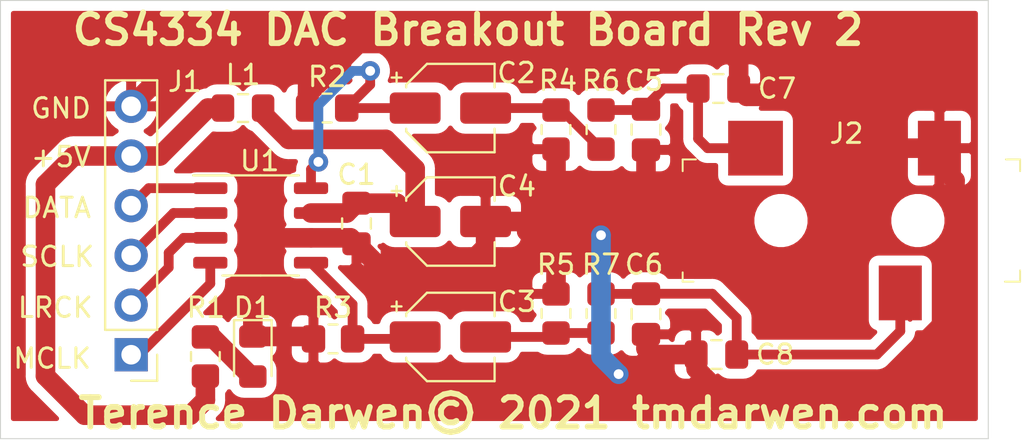
<source format=kicad_pcb>
(kicad_pcb (version 20171130) (host pcbnew "(5.1.9)-1")

  (general
    (thickness 1.6)
    (drawings 12)
    (tracks 130)
    (zones 0)
    (modules 20)
    (nets 15)
  )

  (page A4)
  (layers
    (0 F.Cu signal)
    (31 B.Cu signal)
    (32 B.Adhes user)
    (33 F.Adhes user)
    (34 B.Paste user)
    (35 F.Paste user)
    (36 B.SilkS user)
    (37 F.SilkS user)
    (38 B.Mask user)
    (39 F.Mask user)
    (40 Dwgs.User user)
    (41 Cmts.User user)
    (42 Eco1.User user)
    (43 Eco2.User user)
    (44 Edge.Cuts user)
    (45 Margin user)
    (46 B.CrtYd user)
    (47 F.CrtYd user)
    (48 B.Fab user hide)
    (49 F.Fab user hide)
  )

  (setup
    (last_trace_width 0.25)
    (trace_clearance 0.2)
    (zone_clearance 0.508)
    (zone_45_only no)
    (trace_min 0.2)
    (via_size 0.8)
    (via_drill 0.4)
    (via_min_size 0.4)
    (via_min_drill 0.3)
    (uvia_size 0.3)
    (uvia_drill 0.1)
    (uvias_allowed no)
    (uvia_min_size 0.2)
    (uvia_min_drill 0.1)
    (edge_width 0.05)
    (segment_width 0.2)
    (pcb_text_width 0.3)
    (pcb_text_size 1.5 1.5)
    (mod_edge_width 0.12)
    (mod_text_size 1 1)
    (mod_text_width 0.15)
    (pad_size 1.524 1.524)
    (pad_drill 0.762)
    (pad_to_mask_clearance 0.0762)
    (solder_mask_min_width 0.1016)
    (aux_axis_origin 0 0)
    (visible_elements 7FFFFFFF)
    (pcbplotparams
      (layerselection 0x010fc_ffffffff)
      (usegerberextensions false)
      (usegerberattributes true)
      (usegerberadvancedattributes true)
      (creategerberjobfile true)
      (excludeedgelayer true)
      (linewidth 0.100000)
      (plotframeref false)
      (viasonmask false)
      (mode 1)
      (useauxorigin false)
      (hpglpennumber 1)
      (hpglpenspeed 20)
      (hpglpendiameter 15.000000)
      (psnegative false)
      (psa4output false)
      (plotreference true)
      (plotvalue true)
      (plotinvisibletext false)
      (padsonsilk false)
      (subtractmaskfromsilk false)
      (outputformat 1)
      (mirror false)
      (drillshape 1)
      (scaleselection 1)
      (outputdirectory ""))
  )

  (net 0 "")
  (net 1 GNDA)
  (net 2 "Net-(C1-Pad1)")
  (net 3 "Net-(C2-Pad1)")
  (net 4 "Net-(C2-Pad2)")
  (net 5 "Net-(C3-Pad1)")
  (net 6 "Net-(C3-Pad2)")
  (net 7 "Net-(C5-Pad1)")
  (net 8 "Net-(C6-Pad1)")
  (net 9 "Net-(D1-Pad2)")
  (net 10 "Net-(J1-Pad1)")
  (net 11 "Net-(J1-Pad2)")
  (net 12 "Net-(J1-Pad3)")
  (net 13 "Net-(J1-Pad4)")
  (net 14 +5V)

  (net_class Default "This is the default net class."
    (clearance 0.2)
    (trace_width 0.25)
    (via_dia 0.8)
    (via_drill 0.4)
    (uvia_dia 0.3)
    (uvia_drill 0.1)
    (add_net +5V)
    (add_net GNDA)
    (add_net "Net-(C1-Pad1)")
    (add_net "Net-(C2-Pad1)")
    (add_net "Net-(C2-Pad2)")
    (add_net "Net-(C3-Pad1)")
    (add_net "Net-(C3-Pad2)")
    (add_net "Net-(C5-Pad1)")
    (add_net "Net-(C6-Pad1)")
    (add_net "Net-(D1-Pad2)")
    (add_net "Net-(J1-Pad1)")
    (add_net "Net-(J1-Pad2)")
    (add_net "Net-(J1-Pad3)")
    (add_net "Net-(J1-Pad4)")
  )

  (module tmd-footprint:TMD_PinHeader_1x06_P2.54mm_Vertical (layer F.Cu) (tedit 59FED5CC) (tstamp 60A17782)
    (at 112.68 95.11 180)
    (descr "Through hole straight pin header, 1x06, 2.54mm pitch, single row")
    (tags "Through hole pin header THT 1x06 2.54mm single row")
    (path /6098F066)
    (fp_text reference J1 (at -2.745 13.96) (layer F.SilkS)
      (effects (font (size 1 1) (thickness 0.15)))
    )
    (fp_text value Conn_01x06_Male (at 2.54 6.35 90) (layer F.Fab)
      (effects (font (size 1 1) (thickness 0.15)))
    )
    (fp_line (start -0.635 -1.27) (end 1.27 -1.27) (layer F.Fab) (width 0.1))
    (fp_line (start 1.27 -1.27) (end 1.27 13.97) (layer F.Fab) (width 0.1))
    (fp_line (start 1.27 13.97) (end -1.27 13.97) (layer F.Fab) (width 0.1))
    (fp_line (start -1.27 13.97) (end -1.27 -0.635) (layer F.Fab) (width 0.1))
    (fp_line (start -1.27 -0.635) (end -0.635 -1.27) (layer F.Fab) (width 0.1))
    (fp_line (start -1.33 14.03) (end 1.33 14.03) (layer F.SilkS) (width 0.12))
    (fp_line (start -1.33 1.27) (end -1.33 14.03) (layer F.SilkS) (width 0.12))
    (fp_line (start 1.33 1.27) (end 1.33 14.03) (layer F.SilkS) (width 0.12))
    (fp_line (start -1.33 1.27) (end 1.33 1.27) (layer F.SilkS) (width 0.12))
    (fp_line (start -1.33 0) (end -1.33 -1.33) (layer F.SilkS) (width 0.12))
    (fp_line (start -1.33 -1.33) (end 0 -1.33) (layer F.SilkS) (width 0.12))
    (fp_line (start -1.8 -1.8) (end -1.8 14.5) (layer F.CrtYd) (width 0.05))
    (fp_line (start -1.8 14.5) (end 1.8 14.5) (layer F.CrtYd) (width 0.05))
    (fp_line (start 1.8 14.5) (end 1.8 -1.8) (layer F.CrtYd) (width 0.05))
    (fp_line (start 1.8 -1.8) (end -1.8 -1.8) (layer F.CrtYd) (width 0.05))
    (fp_text user %R (at 0 6.35 90) (layer F.Fab)
      (effects (font (size 1 1) (thickness 0.15)))
    )
    (pad 1 thru_hole rect (at 0 0 180) (size 1.7 1.7) (drill 1) (layers *.Cu *.Mask)
      (net 10 "Net-(J1-Pad1)"))
    (pad 2 thru_hole oval (at 0 2.54 180) (size 1.7 1.7) (drill 1) (layers *.Cu *.Mask)
      (net 11 "Net-(J1-Pad2)"))
    (pad 3 thru_hole oval (at 0 5.08 180) (size 1.7 1.7) (drill 1) (layers *.Cu *.Mask)
      (net 12 "Net-(J1-Pad3)"))
    (pad 4 thru_hole oval (at 0 7.62 180) (size 1.7 1.7) (drill 1) (layers *.Cu *.Mask)
      (net 13 "Net-(J1-Pad4)"))
    (pad 5 thru_hole oval (at 0 10.16 180) (size 1.7 1.7) (drill 1) (layers *.Cu *.Mask)
      (net 14 +5V))
    (pad 6 thru_hole oval (at 0 12.7 180) (size 1.7 1.7) (drill 1) (layers *.Cu *.Mask)
      (net 1 GNDA))
    (model ${KISYS3DMOD}/Connector_PinHeader_2.54mm.3dshapes/PinHeader_1x06_P2.54mm_Vertical.wrl
      (at (xyz 0 0 0))
      (scale (xyz 1 1 1))
      (rotate (xyz 0 0 0))
    )
  )

  (module tmd-footprint:TMD_CP_Elec_4x5.4 (layer F.Cu) (tedit 5BCA39CF) (tstamp 60CBC757)
    (at 129 82.5)
    (descr "SMD capacitor, aluminum electrolytic, Panasonic A5 / Nichicon, 4.0x5.4mm")
    (tags "capacitor electrolytic")
    (path /609A0886)
    (attr smd)
    (fp_text reference C2 (at 3.375 -1.8 180) (layer F.SilkS)
      (effects (font (size 1 1) (thickness 0.15)))
    )
    (fp_text value 3.3uF (at 0 3.2) (layer F.Fab)
      (effects (font (size 1 1) (thickness 0.15)))
    )
    (fp_line (start -3.35 1.05) (end -2.4 1.05) (layer F.CrtYd) (width 0.05))
    (fp_line (start -3.35 -1.05) (end -3.35 1.05) (layer F.CrtYd) (width 0.05))
    (fp_line (start -2.4 -1.05) (end -3.35 -1.05) (layer F.CrtYd) (width 0.05))
    (fp_line (start -2.4 1.05) (end -2.4 1.25) (layer F.CrtYd) (width 0.05))
    (fp_line (start -2.4 -1.25) (end -2.4 -1.05) (layer F.CrtYd) (width 0.05))
    (fp_line (start -2.4 -1.25) (end -1.25 -2.4) (layer F.CrtYd) (width 0.05))
    (fp_line (start -2.4 1.25) (end -1.25 2.4) (layer F.CrtYd) (width 0.05))
    (fp_line (start -1.25 -2.4) (end 2.4 -2.4) (layer F.CrtYd) (width 0.05))
    (fp_line (start -1.25 2.4) (end 2.4 2.4) (layer F.CrtYd) (width 0.05))
    (fp_line (start 2.4 1.05) (end 2.4 2.4) (layer F.CrtYd) (width 0.05))
    (fp_line (start 3.35 1.05) (end 2.4 1.05) (layer F.CrtYd) (width 0.05))
    (fp_line (start 3.35 -1.05) (end 3.35 1.05) (layer F.CrtYd) (width 0.05))
    (fp_line (start 2.4 -1.05) (end 3.35 -1.05) (layer F.CrtYd) (width 0.05))
    (fp_line (start 2.4 -2.4) (end 2.4 -1.05) (layer F.CrtYd) (width 0.05))
    (fp_line (start -2.75 -1.81) (end -2.75 -1.31) (layer F.SilkS) (width 0.12))
    (fp_line (start -3 -1.56) (end -2.5 -1.56) (layer F.SilkS) (width 0.12))
    (fp_line (start -2.26 1.195563) (end -1.195563 2.26) (layer F.SilkS) (width 0.12))
    (fp_line (start -2.26 -1.195563) (end -1.195563 -2.26) (layer F.SilkS) (width 0.12))
    (fp_line (start -2.26 -1.195563) (end -2.26 -1.06) (layer F.SilkS) (width 0.12))
    (fp_line (start -2.26 1.195563) (end -2.26 1.06) (layer F.SilkS) (width 0.12))
    (fp_line (start -1.195563 2.26) (end 2.26 2.26) (layer F.SilkS) (width 0.12))
    (fp_line (start -1.195563 -2.26) (end 2.26 -2.26) (layer F.SilkS) (width 0.12))
    (fp_line (start 2.26 -2.26) (end 2.26 -1.06) (layer F.SilkS) (width 0.12))
    (fp_line (start 2.26 2.26) (end 2.26 1.06) (layer F.SilkS) (width 0.12))
    (fp_line (start -1.374773 -1.2) (end -1.374773 -0.8) (layer F.Fab) (width 0.1))
    (fp_line (start -1.574773 -1) (end -1.174773 -1) (layer F.Fab) (width 0.1))
    (fp_line (start -2.15 1.15) (end -1.15 2.15) (layer F.Fab) (width 0.1))
    (fp_line (start -2.15 -1.15) (end -1.15 -2.15) (layer F.Fab) (width 0.1))
    (fp_line (start -2.15 -1.15) (end -2.15 1.15) (layer F.Fab) (width 0.1))
    (fp_line (start -1.15 2.15) (end 2.15 2.15) (layer F.Fab) (width 0.1))
    (fp_line (start -1.15 -2.15) (end 2.15 -2.15) (layer F.Fab) (width 0.1))
    (fp_line (start 2.15 -2.15) (end 2.15 2.15) (layer F.Fab) (width 0.1))
    (fp_circle (center 0 0) (end 2 0) (layer F.Fab) (width 0.1))
    (fp_text user %R (at 0 0) (layer F.Fab)
      (effects (font (size 0.8 0.8) (thickness 0.12)))
    )
    (pad 2 smd roundrect (at 1.8 0) (size 2.6 1.6) (layers F.Cu F.Paste F.Mask) (roundrect_rratio 0.15625)
      (net 4 "Net-(C2-Pad2)"))
    (pad 1 smd roundrect (at -1.8 0) (size 2.6 1.6) (layers F.Cu F.Paste F.Mask) (roundrect_rratio 0.15625)
      (net 3 "Net-(C2-Pad1)"))
    (model ${KISYS3DMOD}/Capacitor_SMD.3dshapes/CP_Elec_4x5.4.wrl
      (at (xyz 0 0 0))
      (scale (xyz 1 1 1))
      (rotate (xyz 0 0 0))
    )
  )

  (module tmd-footprint:TMD_CP_Elec_4x5.8 (layer F.Cu) (tedit 5BCA39CF) (tstamp 60A9FD7C)
    (at 129 88.3)
    (descr "SMD capacitor, aluminum electrolytic, Panasonic, 4.0x5.8mm")
    (tags "capacitor electrolytic")
    (path /60997FFF)
    (attr smd)
    (fp_text reference C4 (at 3.4 -1.8 180) (layer F.SilkS)
      (effects (font (size 1 1) (thickness 0.15)))
    )
    (fp_text value 10uF (at 0 3.2) (layer F.Fab)
      (effects (font (size 1 1) (thickness 0.15)))
    )
    (fp_line (start -3.35 1.05) (end -2.4 1.05) (layer F.CrtYd) (width 0.05))
    (fp_line (start -3.35 -1.05) (end -3.35 1.05) (layer F.CrtYd) (width 0.05))
    (fp_line (start -2.4 -1.05) (end -3.35 -1.05) (layer F.CrtYd) (width 0.05))
    (fp_line (start -2.4 1.05) (end -2.4 1.25) (layer F.CrtYd) (width 0.05))
    (fp_line (start -2.4 -1.25) (end -2.4 -1.05) (layer F.CrtYd) (width 0.05))
    (fp_line (start -2.4 -1.25) (end -1.25 -2.4) (layer F.CrtYd) (width 0.05))
    (fp_line (start -2.4 1.25) (end -1.25 2.4) (layer F.CrtYd) (width 0.05))
    (fp_line (start -1.25 -2.4) (end 2.4 -2.4) (layer F.CrtYd) (width 0.05))
    (fp_line (start -1.25 2.4) (end 2.4 2.4) (layer F.CrtYd) (width 0.05))
    (fp_line (start 2.4 1.05) (end 2.4 2.4) (layer F.CrtYd) (width 0.05))
    (fp_line (start 3.35 1.05) (end 2.4 1.05) (layer F.CrtYd) (width 0.05))
    (fp_line (start 3.35 -1.05) (end 3.35 1.05) (layer F.CrtYd) (width 0.05))
    (fp_line (start 2.4 -1.05) (end 3.35 -1.05) (layer F.CrtYd) (width 0.05))
    (fp_line (start 2.4 -2.4) (end 2.4 -1.05) (layer F.CrtYd) (width 0.05))
    (fp_line (start -2.75 -1.81) (end -2.75 -1.31) (layer F.SilkS) (width 0.12))
    (fp_line (start -3 -1.56) (end -2.5 -1.56) (layer F.SilkS) (width 0.12))
    (fp_line (start -2.26 1.195563) (end -1.195563 2.26) (layer F.SilkS) (width 0.12))
    (fp_line (start -2.26 -1.195563) (end -1.195563 -2.26) (layer F.SilkS) (width 0.12))
    (fp_line (start -2.26 -1.195563) (end -2.26 -1.06) (layer F.SilkS) (width 0.12))
    (fp_line (start -2.26 1.195563) (end -2.26 1.06) (layer F.SilkS) (width 0.12))
    (fp_line (start -1.195563 2.26) (end 2.26 2.26) (layer F.SilkS) (width 0.12))
    (fp_line (start -1.195563 -2.26) (end 2.26 -2.26) (layer F.SilkS) (width 0.12))
    (fp_line (start 2.26 -2.26) (end 2.26 -1.06) (layer F.SilkS) (width 0.12))
    (fp_line (start 2.26 2.26) (end 2.26 1.06) (layer F.SilkS) (width 0.12))
    (fp_line (start -1.374773 -1.2) (end -1.374773 -0.8) (layer F.Fab) (width 0.1))
    (fp_line (start -1.574773 -1) (end -1.174773 -1) (layer F.Fab) (width 0.1))
    (fp_line (start -2.15 1.15) (end -1.15 2.15) (layer F.Fab) (width 0.1))
    (fp_line (start -2.15 -1.15) (end -1.15 -2.15) (layer F.Fab) (width 0.1))
    (fp_line (start -2.15 -1.15) (end -2.15 1.15) (layer F.Fab) (width 0.1))
    (fp_line (start -1.15 2.15) (end 2.15 2.15) (layer F.Fab) (width 0.1))
    (fp_line (start -1.15 -2.15) (end 2.15 -2.15) (layer F.Fab) (width 0.1))
    (fp_line (start 2.15 -2.15) (end 2.15 2.15) (layer F.Fab) (width 0.1))
    (fp_circle (center 0 0) (end 2 0) (layer F.Fab) (width 0.1))
    (fp_text user %R (at 0 0) (layer F.Fab)
      (effects (font (size 0.8 0.8) (thickness 0.12)))
    )
    (pad 2 smd roundrect (at 1.8 0) (size 2.6 1.6) (layers F.Cu F.Paste F.Mask) (roundrect_rratio 0.15625)
      (net 1 GNDA))
    (pad 1 smd roundrect (at -1.8 0) (size 2.6 1.6) (layers F.Cu F.Paste F.Mask) (roundrect_rratio 0.15625)
      (net 2 "Net-(C1-Pad1)"))
    (model ${KISYS3DMOD}/Capacitor_SMD.3dshapes/CP_Elec_4x5.8.wrl
      (at (xyz 0 0 0))
      (scale (xyz 1 1 1))
      (rotate (xyz 0 0 0))
    )
  )

  (module tmd-footprint:TMD_CP_Elec_4x5.4 (layer F.Cu) (tedit 5BCA39CF) (tstamp 60A17A38)
    (at 129 94.2)
    (descr "SMD capacitor, aluminum electrolytic, Panasonic A5 / Nichicon, 4.0x5.4mm")
    (tags "capacitor electrolytic")
    (path /609BC686)
    (attr smd)
    (fp_text reference C3 (at 3.4 -1.8) (layer F.SilkS)
      (effects (font (size 1 1) (thickness 0.15)))
    )
    (fp_text value 3.3uF (at 0 3.2) (layer F.Fab)
      (effects (font (size 1 1) (thickness 0.15)))
    )
    (fp_line (start -3.35 1.05) (end -2.4 1.05) (layer F.CrtYd) (width 0.05))
    (fp_line (start -3.35 -1.05) (end -3.35 1.05) (layer F.CrtYd) (width 0.05))
    (fp_line (start -2.4 -1.05) (end -3.35 -1.05) (layer F.CrtYd) (width 0.05))
    (fp_line (start -2.4 1.05) (end -2.4 1.25) (layer F.CrtYd) (width 0.05))
    (fp_line (start -2.4 -1.25) (end -2.4 -1.05) (layer F.CrtYd) (width 0.05))
    (fp_line (start -2.4 -1.25) (end -1.25 -2.4) (layer F.CrtYd) (width 0.05))
    (fp_line (start -2.4 1.25) (end -1.25 2.4) (layer F.CrtYd) (width 0.05))
    (fp_line (start -1.25 -2.4) (end 2.4 -2.4) (layer F.CrtYd) (width 0.05))
    (fp_line (start -1.25 2.4) (end 2.4 2.4) (layer F.CrtYd) (width 0.05))
    (fp_line (start 2.4 1.05) (end 2.4 2.4) (layer F.CrtYd) (width 0.05))
    (fp_line (start 3.35 1.05) (end 2.4 1.05) (layer F.CrtYd) (width 0.05))
    (fp_line (start 3.35 -1.05) (end 3.35 1.05) (layer F.CrtYd) (width 0.05))
    (fp_line (start 2.4 -1.05) (end 3.35 -1.05) (layer F.CrtYd) (width 0.05))
    (fp_line (start 2.4 -2.4) (end 2.4 -1.05) (layer F.CrtYd) (width 0.05))
    (fp_line (start -2.75 -1.81) (end -2.75 -1.31) (layer F.SilkS) (width 0.12))
    (fp_line (start -3 -1.56) (end -2.5 -1.56) (layer F.SilkS) (width 0.12))
    (fp_line (start -2.26 1.195563) (end -1.195563 2.26) (layer F.SilkS) (width 0.12))
    (fp_line (start -2.26 -1.195563) (end -1.195563 -2.26) (layer F.SilkS) (width 0.12))
    (fp_line (start -2.26 -1.195563) (end -2.26 -1.06) (layer F.SilkS) (width 0.12))
    (fp_line (start -2.26 1.195563) (end -2.26 1.06) (layer F.SilkS) (width 0.12))
    (fp_line (start -1.195563 2.26) (end 2.26 2.26) (layer F.SilkS) (width 0.12))
    (fp_line (start -1.195563 -2.26) (end 2.26 -2.26) (layer F.SilkS) (width 0.12))
    (fp_line (start 2.26 -2.26) (end 2.26 -1.06) (layer F.SilkS) (width 0.12))
    (fp_line (start 2.26 2.26) (end 2.26 1.06) (layer F.SilkS) (width 0.12))
    (fp_line (start -1.374773 -1.2) (end -1.374773 -0.8) (layer F.Fab) (width 0.1))
    (fp_line (start -1.574773 -1) (end -1.174773 -1) (layer F.Fab) (width 0.1))
    (fp_line (start -2.15 1.15) (end -1.15 2.15) (layer F.Fab) (width 0.1))
    (fp_line (start -2.15 -1.15) (end -1.15 -2.15) (layer F.Fab) (width 0.1))
    (fp_line (start -2.15 -1.15) (end -2.15 1.15) (layer F.Fab) (width 0.1))
    (fp_line (start -1.15 2.15) (end 2.15 2.15) (layer F.Fab) (width 0.1))
    (fp_line (start -1.15 -2.15) (end 2.15 -2.15) (layer F.Fab) (width 0.1))
    (fp_line (start 2.15 -2.15) (end 2.15 2.15) (layer F.Fab) (width 0.1))
    (fp_circle (center 0 0) (end 2 0) (layer F.Fab) (width 0.1))
    (fp_text user %R (at 0 0) (layer F.Fab)
      (effects (font (size 0.8 0.8) (thickness 0.12)))
    )
    (pad 2 smd roundrect (at 1.8 0) (size 2.6 1.6) (layers F.Cu F.Paste F.Mask) (roundrect_rratio 0.15625)
      (net 6 "Net-(C3-Pad2)"))
    (pad 1 smd roundrect (at -1.8 0) (size 2.6 1.6) (layers F.Cu F.Paste F.Mask) (roundrect_rratio 0.15625)
      (net 5 "Net-(C3-Pad1)"))
    (model ${KISYS3DMOD}/Capacitor_SMD.3dshapes/CP_Elec_4x5.4.wrl
      (at (xyz 0 0 0))
      (scale (xyz 1 1 1))
      (rotate (xyz 0 0 0))
    )
  )

  (module tmd-footprint:C_0805_2012Metric_Pad1.18x1.45mm_HandSolder (layer F.Cu) (tedit 5F68FEEF) (tstamp 60A18D74)
    (at 124.2 88.4 270)
    (descr "Capacitor SMD 0805 (2012 Metric), square (rectangular) end terminal, IPC_7351 nominal with elongated pad for handsoldering. (Body size source: IPC-SM-782 page 76, https://www.pcb-3d.com/wordpress/wp-content/uploads/ipc-sm-782a_amendment_1_and_2.pdf, https://docs.google.com/spreadsheets/d/1BsfQQcO9C6DZCsRaXUlFlo91Tg2WpOkGARC1WS5S8t0/edit?usp=sharing), generated with kicad-footprint-generator")
    (tags "capacitor handsolder")
    (path /60996859)
    (attr smd)
    (fp_text reference C1 (at -2.5 0 180) (layer F.SilkS)
      (effects (font (size 1 1) (thickness 0.15)))
    )
    (fp_text value "0.1uF X7R" (at 0 1.68 90) (layer F.Fab)
      (effects (font (size 1 1) (thickness 0.15)))
    )
    (fp_line (start 1.88 0.98) (end -1.88 0.98) (layer F.CrtYd) (width 0.05))
    (fp_line (start 1.88 -0.98) (end 1.88 0.98) (layer F.CrtYd) (width 0.05))
    (fp_line (start -1.88 -0.98) (end 1.88 -0.98) (layer F.CrtYd) (width 0.05))
    (fp_line (start -1.88 0.98) (end -1.88 -0.98) (layer F.CrtYd) (width 0.05))
    (fp_line (start -0.261252 0.735) (end 0.261252 0.735) (layer F.SilkS) (width 0.12))
    (fp_line (start -0.261252 -0.735) (end 0.261252 -0.735) (layer F.SilkS) (width 0.12))
    (fp_line (start 1 0.625) (end -1 0.625) (layer F.Fab) (width 0.1))
    (fp_line (start 1 -0.625) (end 1 0.625) (layer F.Fab) (width 0.1))
    (fp_line (start -1 -0.625) (end 1 -0.625) (layer F.Fab) (width 0.1))
    (fp_line (start -1 0.625) (end -1 -0.625) (layer F.Fab) (width 0.1))
    (fp_text user %R (at 0 0 90) (layer F.Fab)
      (effects (font (size 0.5 0.5) (thickness 0.08)))
    )
    (pad 2 smd roundrect (at 1.0375 0 270) (size 1.175 1.45) (layers F.Cu F.Paste F.Mask) (roundrect_rratio 0.212766)
      (net 1 GNDA))
    (pad 1 smd roundrect (at -1.0375 0 270) (size 1.175 1.45) (layers F.Cu F.Paste F.Mask) (roundrect_rratio 0.212766)
      (net 2 "Net-(C1-Pad1)"))
    (model ${KISYS3DMOD}/Capacitor_SMD.3dshapes/C_0805_2012Metric.wrl
      (at (xyz 0 0 0))
      (scale (xyz 1 1 1))
      (rotate (xyz 0 0 0))
    )
  )

  (module tmd-footprint:C_0805_2012Metric_Pad1.18x1.45mm_HandSolder (layer F.Cu) (tedit 5F68FEEF) (tstamp 60A18DB8)
    (at 139 83.6 270)
    (descr "Capacitor SMD 0805 (2012 Metric), square (rectangular) end terminal, IPC_7351 nominal with elongated pad for handsoldering. (Body size source: IPC-SM-782 page 76, https://www.pcb-3d.com/wordpress/wp-content/uploads/ipc-sm-782a_amendment_1_and_2.pdf, https://docs.google.com/spreadsheets/d/1BsfQQcO9C6DZCsRaXUlFlo91Tg2WpOkGARC1WS5S8t0/edit?usp=sharing), generated with kicad-footprint-generator")
    (tags "capacitor handsolder")
    (path /609A5188)
    (attr smd)
    (fp_text reference C5 (at -2.5 0.1 180) (layer F.SilkS)
      (effects (font (size 1 1) (thickness 0.15)))
    )
    (fp_text value 1500pF (at 0 1.68 90) (layer F.Fab)
      (effects (font (size 1 1) (thickness 0.15)))
    )
    (fp_line (start 1.88 0.98) (end -1.88 0.98) (layer F.CrtYd) (width 0.05))
    (fp_line (start 1.88 -0.98) (end 1.88 0.98) (layer F.CrtYd) (width 0.05))
    (fp_line (start -1.88 -0.98) (end 1.88 -0.98) (layer F.CrtYd) (width 0.05))
    (fp_line (start -1.88 0.98) (end -1.88 -0.98) (layer F.CrtYd) (width 0.05))
    (fp_line (start -0.261252 0.735) (end 0.261252 0.735) (layer F.SilkS) (width 0.12))
    (fp_line (start -0.261252 -0.735) (end 0.261252 -0.735) (layer F.SilkS) (width 0.12))
    (fp_line (start 1 0.625) (end -1 0.625) (layer F.Fab) (width 0.1))
    (fp_line (start 1 -0.625) (end 1 0.625) (layer F.Fab) (width 0.1))
    (fp_line (start -1 -0.625) (end 1 -0.625) (layer F.Fab) (width 0.1))
    (fp_line (start -1 0.625) (end -1 -0.625) (layer F.Fab) (width 0.1))
    (fp_text user %R (at 0 0 90) (layer F.Fab)
      (effects (font (size 0.5 0.5) (thickness 0.08)))
    )
    (pad 2 smd roundrect (at 1.0375 0 270) (size 1.175 1.45) (layers F.Cu F.Paste F.Mask) (roundrect_rratio 0.212766)
      (net 1 GNDA))
    (pad 1 smd roundrect (at -1.0375 0 270) (size 1.175 1.45) (layers F.Cu F.Paste F.Mask) (roundrect_rratio 0.212766)
      (net 7 "Net-(C5-Pad1)"))
    (model ${KISYS3DMOD}/Capacitor_SMD.3dshapes/C_0805_2012Metric.wrl
      (at (xyz 0 0 0))
      (scale (xyz 1 1 1))
      (rotate (xyz 0 0 0))
    )
  )

  (module tmd-footprint:C_0805_2012Metric_Pad1.18x1.45mm_HandSolder (layer F.Cu) (tedit 5F68FEEF) (tstamp 60A17A08)
    (at 139 93.03 270)
    (descr "Capacitor SMD 0805 (2012 Metric), square (rectangular) end terminal, IPC_7351 nominal with elongated pad for handsoldering. (Body size source: IPC-SM-782 page 76, https://www.pcb-3d.com/wordpress/wp-content/uploads/ipc-sm-782a_amendment_1_and_2.pdf, https://docs.google.com/spreadsheets/d/1BsfQQcO9C6DZCsRaXUlFlo91Tg2WpOkGARC1WS5S8t0/edit?usp=sharing), generated with kicad-footprint-generator")
    (tags "capacitor handsolder")
    (path /609BC6A5)
    (attr smd)
    (fp_text reference C6 (at -2.53 0.1 180) (layer F.SilkS)
      (effects (font (size 1 1) (thickness 0.15)))
    )
    (fp_text value 1500pF (at 0 1.68 90) (layer F.Fab)
      (effects (font (size 1 1) (thickness 0.15)))
    )
    (fp_line (start -1 0.625) (end -1 -0.625) (layer F.Fab) (width 0.1))
    (fp_line (start -1 -0.625) (end 1 -0.625) (layer F.Fab) (width 0.1))
    (fp_line (start 1 -0.625) (end 1 0.625) (layer F.Fab) (width 0.1))
    (fp_line (start 1 0.625) (end -1 0.625) (layer F.Fab) (width 0.1))
    (fp_line (start -0.261252 -0.735) (end 0.261252 -0.735) (layer F.SilkS) (width 0.12))
    (fp_line (start -0.261252 0.735) (end 0.261252 0.735) (layer F.SilkS) (width 0.12))
    (fp_line (start -1.88 0.98) (end -1.88 -0.98) (layer F.CrtYd) (width 0.05))
    (fp_line (start -1.88 -0.98) (end 1.88 -0.98) (layer F.CrtYd) (width 0.05))
    (fp_line (start 1.88 -0.98) (end 1.88 0.98) (layer F.CrtYd) (width 0.05))
    (fp_line (start 1.88 0.98) (end -1.88 0.98) (layer F.CrtYd) (width 0.05))
    (fp_text user %R (at 0 0 90) (layer F.Fab)
      (effects (font (size 0.5 0.5) (thickness 0.08)))
    )
    (pad 1 smd roundrect (at -1.0375 0 270) (size 1.175 1.45) (layers F.Cu F.Paste F.Mask) (roundrect_rratio 0.212766)
      (net 8 "Net-(C6-Pad1)"))
    (pad 2 smd roundrect (at 1.0375 0 270) (size 1.175 1.45) (layers F.Cu F.Paste F.Mask) (roundrect_rratio 0.212766)
      (net 1 GNDA))
    (model ${KISYS3DMOD}/Capacitor_SMD.3dshapes/C_0805_2012Metric.wrl
      (at (xyz 0 0 0))
      (scale (xyz 1 1 1))
      (rotate (xyz 0 0 0))
    )
  )

  (module tmd-footprint:C_0805_2012Metric_Pad1.18x1.45mm_HandSolder (layer F.Cu) (tedit 5F68FEEF) (tstamp 60A18DDA)
    (at 142.7 81.5)
    (descr "Capacitor SMD 0805 (2012 Metric), square (rectangular) end terminal, IPC_7351 nominal with elongated pad for handsoldering. (Body size source: IPC-SM-782 page 76, https://www.pcb-3d.com/wordpress/wp-content/uploads/ipc-sm-782a_amendment_1_and_2.pdf, https://docs.google.com/spreadsheets/d/1BsfQQcO9C6DZCsRaXUlFlo91Tg2WpOkGARC1WS5S8t0/edit?usp=sharing), generated with kicad-footprint-generator")
    (tags "capacitor handsolder")
    (path /609AC272)
    (attr smd)
    (fp_text reference C7 (at 3 0) (layer F.SilkS)
      (effects (font (size 1 1) (thickness 0.15)))
    )
    (fp_text value 1500pF (at 0 1.68) (layer F.Fab)
      (effects (font (size 1 1) (thickness 0.15)))
    )
    (fp_line (start -1 0.625) (end -1 -0.625) (layer F.Fab) (width 0.1))
    (fp_line (start -1 -0.625) (end 1 -0.625) (layer F.Fab) (width 0.1))
    (fp_line (start 1 -0.625) (end 1 0.625) (layer F.Fab) (width 0.1))
    (fp_line (start 1 0.625) (end -1 0.625) (layer F.Fab) (width 0.1))
    (fp_line (start -0.261252 -0.735) (end 0.261252 -0.735) (layer F.SilkS) (width 0.12))
    (fp_line (start -0.261252 0.735) (end 0.261252 0.735) (layer F.SilkS) (width 0.12))
    (fp_line (start -1.88 0.98) (end -1.88 -0.98) (layer F.CrtYd) (width 0.05))
    (fp_line (start -1.88 -0.98) (end 1.88 -0.98) (layer F.CrtYd) (width 0.05))
    (fp_line (start 1.88 -0.98) (end 1.88 0.98) (layer F.CrtYd) (width 0.05))
    (fp_line (start 1.88 0.98) (end -1.88 0.98) (layer F.CrtYd) (width 0.05))
    (fp_text user %R (at 0 0) (layer F.Fab)
      (effects (font (size 0.5 0.5) (thickness 0.08)))
    )
    (pad 1 smd roundrect (at -1.0375 0) (size 1.175 1.45) (layers F.Cu F.Paste F.Mask) (roundrect_rratio 0.212766)
      (net 7 "Net-(C5-Pad1)"))
    (pad 2 smd roundrect (at 1.0375 0) (size 1.175 1.45) (layers F.Cu F.Paste F.Mask) (roundrect_rratio 0.212766)
      (net 1 GNDA))
    (model ${KISYS3DMOD}/Capacitor_SMD.3dshapes/C_0805_2012Metric.wrl
      (at (xyz 0 0 0))
      (scale (xyz 1 1 1))
      (rotate (xyz 0 0 0))
    )
  )

  (module tmd-footprint:C_0805_2012Metric_Pad1.18x1.45mm_HandSolder (layer F.Cu) (tedit 5F68FEEF) (tstamp 60A18DEB)
    (at 142.6 95.1 180)
    (descr "Capacitor SMD 0805 (2012 Metric), square (rectangular) end terminal, IPC_7351 nominal with elongated pad for handsoldering. (Body size source: IPC-SM-782 page 76, https://www.pcb-3d.com/wordpress/wp-content/uploads/ipc-sm-782a_amendment_1_and_2.pdf, https://docs.google.com/spreadsheets/d/1BsfQQcO9C6DZCsRaXUlFlo91Tg2WpOkGARC1WS5S8t0/edit?usp=sharing), generated with kicad-footprint-generator")
    (tags "capacitor handsolder")
    (path /609BC6AB)
    (attr smd)
    (fp_text reference C8 (at -3 0) (layer F.SilkS)
      (effects (font (size 1 1) (thickness 0.15)))
    )
    (fp_text value 1500pF (at 0 1.68) (layer F.Fab)
      (effects (font (size 1 1) (thickness 0.15)))
    )
    (fp_line (start 1.88 0.98) (end -1.88 0.98) (layer F.CrtYd) (width 0.05))
    (fp_line (start 1.88 -0.98) (end 1.88 0.98) (layer F.CrtYd) (width 0.05))
    (fp_line (start -1.88 -0.98) (end 1.88 -0.98) (layer F.CrtYd) (width 0.05))
    (fp_line (start -1.88 0.98) (end -1.88 -0.98) (layer F.CrtYd) (width 0.05))
    (fp_line (start -0.261252 0.735) (end 0.261252 0.735) (layer F.SilkS) (width 0.12))
    (fp_line (start -0.261252 -0.735) (end 0.261252 -0.735) (layer F.SilkS) (width 0.12))
    (fp_line (start 1 0.625) (end -1 0.625) (layer F.Fab) (width 0.1))
    (fp_line (start 1 -0.625) (end 1 0.625) (layer F.Fab) (width 0.1))
    (fp_line (start -1 -0.625) (end 1 -0.625) (layer F.Fab) (width 0.1))
    (fp_line (start -1 0.625) (end -1 -0.625) (layer F.Fab) (width 0.1))
    (fp_text user %R (at 0 0) (layer F.Fab)
      (effects (font (size 0.5 0.5) (thickness 0.08)))
    )
    (pad 2 smd roundrect (at 1.0375 0 180) (size 1.175 1.45) (layers F.Cu F.Paste F.Mask) (roundrect_rratio 0.212766)
      (net 1 GNDA))
    (pad 1 smd roundrect (at -1.0375 0 180) (size 1.175 1.45) (layers F.Cu F.Paste F.Mask) (roundrect_rratio 0.212766)
      (net 8 "Net-(C6-Pad1)"))
    (model ${KISYS3DMOD}/Capacitor_SMD.3dshapes/C_0805_2012Metric.wrl
      (at (xyz 0 0 0))
      (scale (xyz 1 1 1))
      (rotate (xyz 0 0 0))
    )
  )

  (module tmd-footprint:LED_0805_2012Metric_Pad1.15x1.40mm_HandSolder (layer F.Cu) (tedit 5F68FEF1) (tstamp 60AA2473)
    (at 118.9 95.2 270)
    (descr "LED SMD 0805 (2012 Metric), square (rectangular) end terminal, IPC_7351 nominal, (Body size source: https://docs.google.com/spreadsheets/d/1BsfQQcO9C6DZCsRaXUlFlo91Tg2WpOkGARC1WS5S8t0/edit?usp=sharing), generated with kicad-footprint-generator")
    (tags "LED handsolder")
    (path /6098B585)
    (attr smd)
    (fp_text reference D1 (at -2.5 0 180) (layer F.SilkS)
      (effects (font (size 1 1) (thickness 0.15)))
    )
    (fp_text value LED (at 0 1.65 90) (layer F.Fab)
      (effects (font (size 1 1) (thickness 0.15)))
    )
    (fp_line (start 1 -0.6) (end -0.7 -0.6) (layer F.Fab) (width 0.1))
    (fp_line (start -0.7 -0.6) (end -1 -0.3) (layer F.Fab) (width 0.1))
    (fp_line (start -1 -0.3) (end -1 0.6) (layer F.Fab) (width 0.1))
    (fp_line (start -1 0.6) (end 1 0.6) (layer F.Fab) (width 0.1))
    (fp_line (start 1 0.6) (end 1 -0.6) (layer F.Fab) (width 0.1))
    (fp_line (start 1 -0.96) (end -1.86 -0.96) (layer F.SilkS) (width 0.12))
    (fp_line (start -1.86 -0.96) (end -1.86 0.96) (layer F.SilkS) (width 0.12))
    (fp_line (start -1.86 0.96) (end 1 0.96) (layer F.SilkS) (width 0.12))
    (fp_line (start -1.85 0.95) (end -1.85 -0.95) (layer F.CrtYd) (width 0.05))
    (fp_line (start -1.85 -0.95) (end 1.85 -0.95) (layer F.CrtYd) (width 0.05))
    (fp_line (start 1.85 -0.95) (end 1.85 0.95) (layer F.CrtYd) (width 0.05))
    (fp_line (start 1.85 0.95) (end -1.85 0.95) (layer F.CrtYd) (width 0.05))
    (fp_text user %R (at 0 0 90) (layer F.Fab)
      (effects (font (size 0.5 0.5) (thickness 0.08)))
    )
    (pad 1 smd roundrect (at -1.025 0 270) (size 1.15 1.4) (layers F.Cu F.Paste F.Mask) (roundrect_rratio 0.217391)
      (net 1 GNDA))
    (pad 2 smd roundrect (at 1.025 0 270) (size 1.15 1.4) (layers F.Cu F.Paste F.Mask) (roundrect_rratio 0.217391)
      (net 9 "Net-(D1-Pad2)"))
    (model ${KISYS3DMOD}/LED_SMD.3dshapes/LED_0805_2012Metric.wrl
      (at (xyz 0 0 0))
      (scale (xyz 1 1 1))
      (rotate (xyz 0 0 0))
    )
  )

  (module tmd-footprint:TMD_Switch_Slide_11.6x4mm_SJ-3523-SMT (layer F.Cu) (tedit 5D28A6C6) (tstamp 60A17CEA)
    (at 152 88.25 180)
    (path /60A12BEC)
    (attr smd)
    (fp_text reference J2 (at 2.75 4.45) (layer F.SilkS)
      (effects (font (size 1 1) (thickness 0.15)))
    )
    (fp_text value SJ-3523-SMT-TR (at 2.825 6.2) (layer F.Fab)
      (effects (font (size 1 1) (thickness 0.15)))
    )
    (fp_line (start -6.3 5.35) (end 11.25 5.35) (layer F.CrtYd) (width 0.05))
    (fp_line (start -6.3 -5.35) (end -6.3 5.35) (layer F.CrtYd) (width 0.05))
    (fp_line (start 11.25 5.35) (end 11.25 -5.35) (layer F.CrtYd) (width 0.05))
    (fp_line (start -6.3 -5.35) (end 11.25 -5.35) (layer F.CrtYd) (width 0.05))
    (fp_line (start -6.125 2.525) (end -6.125 3.125) (layer F.SilkS) (width 0.1))
    (fp_line (start -6.125 3.125) (end -5.4 3.125) (layer F.SilkS) (width 0.1))
    (fp_line (start -5.35 -3.125) (end -6.125 -3.125) (layer F.SilkS) (width 0.1))
    (fp_line (start -6.125 -3.125) (end -6.125 -2.55) (layer F.SilkS) (width 0.1))
    (fp_line (start 11.125 2.525) (end 11.125 3.125) (layer F.SilkS) (width 0.1))
    (fp_line (start 11.125 3.125) (end 10.45 3.125) (layer F.SilkS) (width 0.1))
    (fp_line (start 10.575 -3.125) (end 11.125 -3.125) (layer F.SilkS) (width 0.1))
    (fp_line (start 11.125 -3.125) (end 11.125 -2.65) (layer F.SilkS) (width 0.1))
    (fp_line (start -3.5 -3) (end -3.5 3) (layer F.Fab) (width 0.1))
    (fp_line (start -6 -3) (end -6 3) (layer F.Fab) (width 0.1))
    (fp_line (start 11 -3) (end -6 -3) (layer F.Fab) (width 0.1))
    (fp_line (start 11 3) (end -6 3) (layer F.Fab) (width 0.1))
    (fp_line (start 11 -3) (end 11 3) (layer F.Fab) (width 0.1))
    (fp_text user %R (at 2.175 1.975) (layer F.Fab)
      (effects (font (size 1 1) (thickness 0.15)))
    )
    (pad 3 smd rect (at 0 -3.7 180) (size 2.2 2.8) (layers F.Cu F.Paste F.Mask)
      (net 8 "Net-(C6-Pad1)"))
    (pad 1 smd rect (at -2 3.7 180) (size 2.2 2.8) (layers F.Cu F.Paste F.Mask)
      (net 1 GNDA))
    (pad 2 smd rect (at 7.4 3.7 180) (size 2.8 2.8) (layers F.Cu F.Paste F.Mask)
      (net 7 "Net-(C5-Pad1)"))
    (pad "" np_thru_hole circle (at -0.9 0 180) (size 1.7 1.7) (drill 1.7) (layers *.Cu *.Mask))
    (pad "" np_thru_hole circle (at 6.1 0 180) (size 1.7 1.7) (drill 1.7) (layers *.Cu *.Mask))
    (model C:/Users/Alpha3/Desktop/DACBreakoutBoard/3DModels/sj-3523-smt-tr.stp
      (offset (xyz -4.5 0 0))
      (scale (xyz 1 1 1))
      (rotate (xyz -90 0 0))
    )
  )

  (module tmd-footprint:L_0805_2012Metric_Pad1.15x1.40mm_HandSolder (layer F.Cu) (tedit 5F68FEF0) (tstamp 60CBCD93)
    (at 118.4 82.5 180)
    (descr "Inductor SMD 0805 (2012 Metric), square (rectangular) end terminal, IPC_7351 nominal with elongated pad for handsoldering. (Body size source: https://docs.google.com/spreadsheets/d/1BsfQQcO9C6DZCsRaXUlFlo91Tg2WpOkGARC1WS5S8t0/edit?usp=sharing), generated with kicad-footprint-generator")
    (tags "inductor handsolder")
    (path /6099A0B8)
    (attr smd)
    (fp_text reference L1 (at 0 1.7) (layer F.SilkS)
      (effects (font (size 1 1) (thickness 0.15)))
    )
    (fp_text value INDUCTOR (at 0 1.65) (layer F.Fab)
      (effects (font (size 1 1) (thickness 0.15)))
    )
    (fp_line (start -1 0.6) (end -1 -0.6) (layer F.Fab) (width 0.1))
    (fp_line (start -1 -0.6) (end 1 -0.6) (layer F.Fab) (width 0.1))
    (fp_line (start 1 -0.6) (end 1 0.6) (layer F.Fab) (width 0.1))
    (fp_line (start 1 0.6) (end -1 0.6) (layer F.Fab) (width 0.1))
    (fp_line (start -0.261252 -0.71) (end 0.261252 -0.71) (layer F.SilkS) (width 0.12))
    (fp_line (start -0.261252 0.71) (end 0.261252 0.71) (layer F.SilkS) (width 0.12))
    (fp_line (start -1.85 0.95) (end -1.85 -0.95) (layer F.CrtYd) (width 0.05))
    (fp_line (start -1.85 -0.95) (end 1.85 -0.95) (layer F.CrtYd) (width 0.05))
    (fp_line (start 1.85 -0.95) (end 1.85 0.95) (layer F.CrtYd) (width 0.05))
    (fp_line (start 1.85 0.95) (end -1.85 0.95) (layer F.CrtYd) (width 0.05))
    (fp_text user %R (at 0 0) (layer F.Fab)
      (effects (font (size 0.5 0.5) (thickness 0.08)))
    )
    (pad 1 smd roundrect (at -1.025 0 180) (size 1.15 1.4) (layers F.Cu F.Paste F.Mask) (roundrect_rratio 0.217391)
      (net 2 "Net-(C1-Pad1)"))
    (pad 2 smd roundrect (at 1.025 0 180) (size 1.15 1.4) (layers F.Cu F.Paste F.Mask) (roundrect_rratio 0.217391)
      (net 14 +5V))
    (model ${KISYS3DMOD}/Inductor_SMD.3dshapes/L_0805_2012Metric.wrl
      (at (xyz 0 0 0))
      (scale (xyz 1 1 1))
      (rotate (xyz 0 0 0))
    )
  )

  (module tmd-footprint:R_0805_2012Metric_Pad1.20x1.40mm_HandSolder (layer F.Cu) (tedit 5F68FEEE) (tstamp 60A18E57)
    (at 116.475 95.2 90)
    (descr "Resistor SMD 0805 (2012 Metric), square (rectangular) end terminal, IPC_7351 nominal with elongated pad for handsoldering. (Body size source: IPC-SM-782 page 72, https://www.pcb-3d.com/wordpress/wp-content/uploads/ipc-sm-782a_amendment_1_and_2.pdf), generated with kicad-footprint-generator")
    (tags "resistor handsolder")
    (path /6098A2FF)
    (attr smd)
    (fp_text reference R1 (at 2.5 0.025 180) (layer F.SilkS)
      (effects (font (size 1 1) (thickness 0.15)))
    )
    (fp_text value 1K (at 0 1.65 90) (layer F.Fab)
      (effects (font (size 1 1) (thickness 0.15)))
    )
    (fp_line (start -1 0.625) (end -1 -0.625) (layer F.Fab) (width 0.1))
    (fp_line (start -1 -0.625) (end 1 -0.625) (layer F.Fab) (width 0.1))
    (fp_line (start 1 -0.625) (end 1 0.625) (layer F.Fab) (width 0.1))
    (fp_line (start 1 0.625) (end -1 0.625) (layer F.Fab) (width 0.1))
    (fp_line (start -0.227064 -0.735) (end 0.227064 -0.735) (layer F.SilkS) (width 0.12))
    (fp_line (start -0.227064 0.735) (end 0.227064 0.735) (layer F.SilkS) (width 0.12))
    (fp_line (start -1.85 0.95) (end -1.85 -0.95) (layer F.CrtYd) (width 0.05))
    (fp_line (start -1.85 -0.95) (end 1.85 -0.95) (layer F.CrtYd) (width 0.05))
    (fp_line (start 1.85 -0.95) (end 1.85 0.95) (layer F.CrtYd) (width 0.05))
    (fp_line (start 1.85 0.95) (end -1.85 0.95) (layer F.CrtYd) (width 0.05))
    (fp_text user %R (at 0 0 90) (layer F.Fab)
      (effects (font (size 0.5 0.5) (thickness 0.08)))
    )
    (pad 1 smd roundrect (at -1 0 90) (size 1.2 1.4) (layers F.Cu F.Paste F.Mask) (roundrect_rratio 0.208333)
      (net 14 +5V))
    (pad 2 smd roundrect (at 1 0 90) (size 1.2 1.4) (layers F.Cu F.Paste F.Mask) (roundrect_rratio 0.208333)
      (net 9 "Net-(D1-Pad2)"))
    (model ${KISYS3DMOD}/Resistor_SMD.3dshapes/R_0805_2012Metric.wrl
      (at (xyz 0 0 0))
      (scale (xyz 1 1 1))
      (rotate (xyz 0 0 0))
    )
  )

  (module tmd-footprint:R_0805_2012Metric_Pad1.20x1.40mm_HandSolder (layer F.Cu) (tedit 5F68FEEE) (tstamp 60A18E68)
    (at 122.7 82.5)
    (descr "Resistor SMD 0805 (2012 Metric), square (rectangular) end terminal, IPC_7351 nominal with elongated pad for handsoldering. (Body size source: IPC-SM-782 page 72, https://www.pcb-3d.com/wordpress/wp-content/uploads/ipc-sm-782a_amendment_1_and_2.pdf), generated with kicad-footprint-generator")
    (tags "resistor handsolder")
    (path /609CD334)
    (attr smd)
    (fp_text reference R2 (at 0 -1.6) (layer F.SilkS)
      (effects (font (size 1 1) (thickness 0.15)))
    )
    (fp_text value 267K (at 0 1.65) (layer F.Fab)
      (effects (font (size 1 1) (thickness 0.15)))
    )
    (fp_line (start -1 0.625) (end -1 -0.625) (layer F.Fab) (width 0.1))
    (fp_line (start -1 -0.625) (end 1 -0.625) (layer F.Fab) (width 0.1))
    (fp_line (start 1 -0.625) (end 1 0.625) (layer F.Fab) (width 0.1))
    (fp_line (start 1 0.625) (end -1 0.625) (layer F.Fab) (width 0.1))
    (fp_line (start -0.227064 -0.735) (end 0.227064 -0.735) (layer F.SilkS) (width 0.12))
    (fp_line (start -0.227064 0.735) (end 0.227064 0.735) (layer F.SilkS) (width 0.12))
    (fp_line (start -1.85 0.95) (end -1.85 -0.95) (layer F.CrtYd) (width 0.05))
    (fp_line (start -1.85 -0.95) (end 1.85 -0.95) (layer F.CrtYd) (width 0.05))
    (fp_line (start 1.85 -0.95) (end 1.85 0.95) (layer F.CrtYd) (width 0.05))
    (fp_line (start 1.85 0.95) (end -1.85 0.95) (layer F.CrtYd) (width 0.05))
    (fp_text user %R (at 0 0) (layer F.Fab)
      (effects (font (size 0.5 0.5) (thickness 0.08)))
    )
    (pad 1 smd roundrect (at -1 0) (size 1.2 1.4) (layers F.Cu F.Paste F.Mask) (roundrect_rratio 0.208333)
      (net 1 GNDA))
    (pad 2 smd roundrect (at 1 0) (size 1.2 1.4) (layers F.Cu F.Paste F.Mask) (roundrect_rratio 0.208333)
      (net 3 "Net-(C2-Pad1)"))
    (model ${KISYS3DMOD}/Resistor_SMD.3dshapes/R_0805_2012Metric.wrl
      (at (xyz 0 0 0))
      (scale (xyz 1 1 1))
      (rotate (xyz 0 0 0))
    )
  )

  (module tmd-footprint:R_0805_2012Metric_Pad1.20x1.40mm_HandSolder (layer F.Cu) (tedit 5F68FEEE) (tstamp 60A17A98)
    (at 123 94.3)
    (descr "Resistor SMD 0805 (2012 Metric), square (rectangular) end terminal, IPC_7351 nominal with elongated pad for handsoldering. (Body size source: IPC-SM-782 page 72, https://www.pcb-3d.com/wordpress/wp-content/uploads/ipc-sm-782a_amendment_1_and_2.pdf), generated with kicad-footprint-generator")
    (tags "resistor handsolder")
    (path /609BC680)
    (attr smd)
    (fp_text reference R3 (at 0 -1.6) (layer F.SilkS)
      (effects (font (size 1 1) (thickness 0.15)))
    )
    (fp_text value 267K (at 0 1.65) (layer F.Fab)
      (effects (font (size 1 1) (thickness 0.15)))
    )
    (fp_line (start -1 0.625) (end -1 -0.625) (layer F.Fab) (width 0.1))
    (fp_line (start -1 -0.625) (end 1 -0.625) (layer F.Fab) (width 0.1))
    (fp_line (start 1 -0.625) (end 1 0.625) (layer F.Fab) (width 0.1))
    (fp_line (start 1 0.625) (end -1 0.625) (layer F.Fab) (width 0.1))
    (fp_line (start -0.227064 -0.735) (end 0.227064 -0.735) (layer F.SilkS) (width 0.12))
    (fp_line (start -0.227064 0.735) (end 0.227064 0.735) (layer F.SilkS) (width 0.12))
    (fp_line (start -1.85 0.95) (end -1.85 -0.95) (layer F.CrtYd) (width 0.05))
    (fp_line (start -1.85 -0.95) (end 1.85 -0.95) (layer F.CrtYd) (width 0.05))
    (fp_line (start 1.85 -0.95) (end 1.85 0.95) (layer F.CrtYd) (width 0.05))
    (fp_line (start 1.85 0.95) (end -1.85 0.95) (layer F.CrtYd) (width 0.05))
    (fp_text user %R (at 0 0) (layer F.Fab)
      (effects (font (size 0.5 0.5) (thickness 0.08)))
    )
    (pad 1 smd roundrect (at -1 0) (size 1.2 1.4) (layers F.Cu F.Paste F.Mask) (roundrect_rratio 0.208333)
      (net 1 GNDA))
    (pad 2 smd roundrect (at 1 0) (size 1.2 1.4) (layers F.Cu F.Paste F.Mask) (roundrect_rratio 0.208333)
      (net 5 "Net-(C3-Pad1)"))
    (model ${KISYS3DMOD}/Resistor_SMD.3dshapes/R_0805_2012Metric.wrl
      (at (xyz 0 0 0))
      (scale (xyz 1 1 1))
      (rotate (xyz 0 0 0))
    )
  )

  (module tmd-footprint:R_0805_2012Metric_Pad1.20x1.40mm_HandSolder (layer F.Cu) (tedit 5F68FEEE) (tstamp 60A18E8A)
    (at 134.4 83.6 270)
    (descr "Resistor SMD 0805 (2012 Metric), square (rectangular) end terminal, IPC_7351 nominal with elongated pad for handsoldering. (Body size source: IPC-SM-782 page 72, https://www.pcb-3d.com/wordpress/wp-content/uploads/ipc-sm-782a_amendment_1_and_2.pdf), generated with kicad-footprint-generator")
    (tags "resistor handsolder")
    (path /609A4635)
    (attr smd)
    (fp_text reference R4 (at -2.5 -0.1 180) (layer F.SilkS)
      (effects (font (size 1 1) (thickness 0.15)))
    )
    (fp_text value 10K (at 0 1.65 90) (layer F.Fab)
      (effects (font (size 1 1) (thickness 0.15)))
    )
    (fp_line (start -1 0.625) (end -1 -0.625) (layer F.Fab) (width 0.1))
    (fp_line (start -1 -0.625) (end 1 -0.625) (layer F.Fab) (width 0.1))
    (fp_line (start 1 -0.625) (end 1 0.625) (layer F.Fab) (width 0.1))
    (fp_line (start 1 0.625) (end -1 0.625) (layer F.Fab) (width 0.1))
    (fp_line (start -0.227064 -0.735) (end 0.227064 -0.735) (layer F.SilkS) (width 0.12))
    (fp_line (start -0.227064 0.735) (end 0.227064 0.735) (layer F.SilkS) (width 0.12))
    (fp_line (start -1.85 0.95) (end -1.85 -0.95) (layer F.CrtYd) (width 0.05))
    (fp_line (start -1.85 -0.95) (end 1.85 -0.95) (layer F.CrtYd) (width 0.05))
    (fp_line (start 1.85 -0.95) (end 1.85 0.95) (layer F.CrtYd) (width 0.05))
    (fp_line (start 1.85 0.95) (end -1.85 0.95) (layer F.CrtYd) (width 0.05))
    (fp_text user %R (at 0 0 90) (layer F.Fab)
      (effects (font (size 0.5 0.5) (thickness 0.08)))
    )
    (pad 1 smd roundrect (at -1 0 270) (size 1.2 1.4) (layers F.Cu F.Paste F.Mask) (roundrect_rratio 0.208333)
      (net 4 "Net-(C2-Pad2)"))
    (pad 2 smd roundrect (at 1 0 270) (size 1.2 1.4) (layers F.Cu F.Paste F.Mask) (roundrect_rratio 0.208333)
      (net 1 GNDA))
    (model ${KISYS3DMOD}/Resistor_SMD.3dshapes/R_0805_2012Metric.wrl
      (at (xyz 0 0 0))
      (scale (xyz 1 1 1))
      (rotate (xyz 0 0 0))
    )
  )

  (module tmd-footprint:R_0805_2012Metric_Pad1.20x1.40mm_HandSolder (layer F.Cu) (tedit 5F68FEEE) (tstamp 60A1872E)
    (at 134.4 93 90)
    (descr "Resistor SMD 0805 (2012 Metric), square (rectangular) end terminal, IPC_7351 nominal with elongated pad for handsoldering. (Body size source: IPC-SM-782 page 72, https://www.pcb-3d.com/wordpress/wp-content/uploads/ipc-sm-782a_amendment_1_and_2.pdf), generated with kicad-footprint-generator")
    (tags "resistor handsolder")
    (path /609BC699)
    (attr smd)
    (fp_text reference R5 (at 2.5 0 180) (layer F.SilkS)
      (effects (font (size 1 1) (thickness 0.15)))
    )
    (fp_text value 10K (at 0 1.65 90) (layer F.Fab)
      (effects (font (size 1 1) (thickness 0.15)))
    )
    (fp_line (start -1 0.625) (end -1 -0.625) (layer F.Fab) (width 0.1))
    (fp_line (start -1 -0.625) (end 1 -0.625) (layer F.Fab) (width 0.1))
    (fp_line (start 1 -0.625) (end 1 0.625) (layer F.Fab) (width 0.1))
    (fp_line (start 1 0.625) (end -1 0.625) (layer F.Fab) (width 0.1))
    (fp_line (start -0.227064 -0.735) (end 0.227064 -0.735) (layer F.SilkS) (width 0.12))
    (fp_line (start -0.227064 0.735) (end 0.227064 0.735) (layer F.SilkS) (width 0.12))
    (fp_line (start -1.85 0.95) (end -1.85 -0.95) (layer F.CrtYd) (width 0.05))
    (fp_line (start -1.85 -0.95) (end 1.85 -0.95) (layer F.CrtYd) (width 0.05))
    (fp_line (start 1.85 -0.95) (end 1.85 0.95) (layer F.CrtYd) (width 0.05))
    (fp_line (start 1.85 0.95) (end -1.85 0.95) (layer F.CrtYd) (width 0.05))
    (fp_text user %R (at 0 0 90) (layer F.Fab)
      (effects (font (size 0.5 0.5) (thickness 0.08)))
    )
    (pad 1 smd roundrect (at -1 0 90) (size 1.2 1.4) (layers F.Cu F.Paste F.Mask) (roundrect_rratio 0.208333)
      (net 6 "Net-(C3-Pad2)"))
    (pad 2 smd roundrect (at 1 0 90) (size 1.2 1.4) (layers F.Cu F.Paste F.Mask) (roundrect_rratio 0.208333)
      (net 1 GNDA))
    (model ${KISYS3DMOD}/Resistor_SMD.3dshapes/R_0805_2012Metric.wrl
      (at (xyz 0 0 0))
      (scale (xyz 1 1 1))
      (rotate (xyz 0 0 0))
    )
  )

  (module tmd-footprint:R_0805_2012Metric_Pad1.20x1.40mm_HandSolder (layer F.Cu) (tedit 5F68FEEE) (tstamp 60A18EAC)
    (at 136.7 83.6 270)
    (descr "Resistor SMD 0805 (2012 Metric), square (rectangular) end terminal, IPC_7351 nominal with elongated pad for handsoldering. (Body size source: IPC-SM-782 page 72, https://www.pcb-3d.com/wordpress/wp-content/uploads/ipc-sm-782a_amendment_1_and_2.pdf), generated with kicad-footprint-generator")
    (tags "resistor handsolder")
    (path /609A4C5D)
    (attr smd)
    (fp_text reference R6 (at -2.5 0 180) (layer F.SilkS)
      (effects (font (size 1 1) (thickness 0.15)))
    )
    (fp_text value 560 (at 0 1.65 90) (layer F.Fab)
      (effects (font (size 1 1) (thickness 0.15)))
    )
    (fp_line (start 1.85 0.95) (end -1.85 0.95) (layer F.CrtYd) (width 0.05))
    (fp_line (start 1.85 -0.95) (end 1.85 0.95) (layer F.CrtYd) (width 0.05))
    (fp_line (start -1.85 -0.95) (end 1.85 -0.95) (layer F.CrtYd) (width 0.05))
    (fp_line (start -1.85 0.95) (end -1.85 -0.95) (layer F.CrtYd) (width 0.05))
    (fp_line (start -0.227064 0.735) (end 0.227064 0.735) (layer F.SilkS) (width 0.12))
    (fp_line (start -0.227064 -0.735) (end 0.227064 -0.735) (layer F.SilkS) (width 0.12))
    (fp_line (start 1 0.625) (end -1 0.625) (layer F.Fab) (width 0.1))
    (fp_line (start 1 -0.625) (end 1 0.625) (layer F.Fab) (width 0.1))
    (fp_line (start -1 -0.625) (end 1 -0.625) (layer F.Fab) (width 0.1))
    (fp_line (start -1 0.625) (end -1 -0.625) (layer F.Fab) (width 0.1))
    (fp_text user %R (at 0 0 90) (layer F.Fab)
      (effects (font (size 0.5 0.5) (thickness 0.08)))
    )
    (pad 2 smd roundrect (at 1 0 270) (size 1.2 1.4) (layers F.Cu F.Paste F.Mask) (roundrect_rratio 0.208333)
      (net 4 "Net-(C2-Pad2)"))
    (pad 1 smd roundrect (at -1 0 270) (size 1.2 1.4) (layers F.Cu F.Paste F.Mask) (roundrect_rratio 0.208333)
      (net 7 "Net-(C5-Pad1)"))
    (model ${KISYS3DMOD}/Resistor_SMD.3dshapes/R_0805_2012Metric.wrl
      (at (xyz 0 0 0))
      (scale (xyz 1 1 1))
      (rotate (xyz 0 0 0))
    )
  )

  (module tmd-footprint:R_0805_2012Metric_Pad1.20x1.40mm_HandSolder (layer F.Cu) (tedit 5F68FEEE) (tstamp 60A17AC8)
    (at 136.7 93 270)
    (descr "Resistor SMD 0805 (2012 Metric), square (rectangular) end terminal, IPC_7351 nominal with elongated pad for handsoldering. (Body size source: IPC-SM-782 page 72, https://www.pcb-3d.com/wordpress/wp-content/uploads/ipc-sm-782a_amendment_1_and_2.pdf), generated with kicad-footprint-generator")
    (tags "resistor handsolder")
    (path /609BC69F)
    (attr smd)
    (fp_text reference R7 (at -2.5 0 180) (layer F.SilkS)
      (effects (font (size 1 1) (thickness 0.15)))
    )
    (fp_text value 560 (at 0 1.65 90) (layer F.Fab)
      (effects (font (size 1 1) (thickness 0.15)))
    )
    (fp_line (start -1 0.625) (end -1 -0.625) (layer F.Fab) (width 0.1))
    (fp_line (start -1 -0.625) (end 1 -0.625) (layer F.Fab) (width 0.1))
    (fp_line (start 1 -0.625) (end 1 0.625) (layer F.Fab) (width 0.1))
    (fp_line (start 1 0.625) (end -1 0.625) (layer F.Fab) (width 0.1))
    (fp_line (start -0.227064 -0.735) (end 0.227064 -0.735) (layer F.SilkS) (width 0.12))
    (fp_line (start -0.227064 0.735) (end 0.227064 0.735) (layer F.SilkS) (width 0.12))
    (fp_line (start -1.85 0.95) (end -1.85 -0.95) (layer F.CrtYd) (width 0.05))
    (fp_line (start -1.85 -0.95) (end 1.85 -0.95) (layer F.CrtYd) (width 0.05))
    (fp_line (start 1.85 -0.95) (end 1.85 0.95) (layer F.CrtYd) (width 0.05))
    (fp_line (start 1.85 0.95) (end -1.85 0.95) (layer F.CrtYd) (width 0.05))
    (fp_text user %R (at 0 0 90) (layer F.Fab)
      (effects (font (size 0.5 0.5) (thickness 0.08)))
    )
    (pad 1 smd roundrect (at -1 0 270) (size 1.2 1.4) (layers F.Cu F.Paste F.Mask) (roundrect_rratio 0.208333)
      (net 8 "Net-(C6-Pad1)"))
    (pad 2 smd roundrect (at 1 0 270) (size 1.2 1.4) (layers F.Cu F.Paste F.Mask) (roundrect_rratio 0.208333)
      (net 6 "Net-(C3-Pad2)"))
    (model ${KISYS3DMOD}/Resistor_SMD.3dshapes/R_0805_2012Metric.wrl
      (at (xyz 0 0 0))
      (scale (xyz 1 1 1))
      (rotate (xyz 0 0 0))
    )
  )

  (module tmd-footprint:SO-8_3.9x4.9mm_P1.27mm_TMD (layer F.Cu) (tedit 60981B84) (tstamp 60A19807)
    (at 119.3 88.5)
    (descr "SO, 8 Pin (https://www.nxp.com/docs/en/data-sheet/PCF8523.pdf), generated with kicad-footprint-generator ipc_gullwing_generator.py")
    (tags "SO SO")
    (path /60985DEF)
    (attr smd)
    (fp_text reference U1 (at -0.05 -3.3) (layer F.SilkS)
      (effects (font (size 1 1) (thickness 0.15)))
    )
    (fp_text value CS4334-DSZ (at 0 3.4) (layer F.Fab)
      (effects (font (size 1 1) (thickness 0.15)))
    )
    (fp_line (start 3.7 -2.7) (end -3.7 -2.7) (layer F.CrtYd) (width 0.05))
    (fp_line (start 3.7 2.7) (end 3.7 -2.7) (layer F.CrtYd) (width 0.05))
    (fp_line (start -3.7 2.7) (end 3.7 2.7) (layer F.CrtYd) (width 0.05))
    (fp_line (start -3.7 -2.7) (end -3.7 2.7) (layer F.CrtYd) (width 0.05))
    (fp_line (start -1.95 -1.475) (end -0.975 -2.45) (layer F.Fab) (width 0.1))
    (fp_line (start -1.95 2.45) (end -1.95 -1.475) (layer F.Fab) (width 0.1))
    (fp_line (start 1.95 2.45) (end -1.95 2.45) (layer F.Fab) (width 0.1))
    (fp_line (start 1.95 -2.45) (end 1.95 2.45) (layer F.Fab) (width 0.1))
    (fp_line (start -0.975 -2.45) (end 1.95 -2.45) (layer F.Fab) (width 0.1))
    (fp_line (start 0 -2.56) (end -3.45 -2.56) (layer F.SilkS) (width 0.12))
    (fp_line (start 0 -2.56) (end 1.95 -2.56) (layer F.SilkS) (width 0.12))
    (fp_line (start 0 2.56) (end -1.95 2.56) (layer F.SilkS) (width 0.12))
    (fp_line (start 0 2.56) (end 1.95 2.56) (layer F.SilkS) (width 0.12))
    (fp_text user %R (at 0 0) (layer F.Fab)
      (effects (font (size 0.98 0.98) (thickness 0.15)))
    )
    (pad 1 smd roundrect (at -2.575 -1.905) (size 1.75 0.6) (layers F.Cu F.Paste F.Mask) (roundrect_rratio 0.25)
      (net 13 "Net-(J1-Pad4)"))
    (pad 2 smd roundrect (at -2.575 -0.635) (size 1.75 0.6) (layers F.Cu F.Paste F.Mask) (roundrect_rratio 0.25)
      (net 12 "Net-(J1-Pad3)"))
    (pad 3 smd roundrect (at -2.575 0.635) (size 1.75 0.6) (layers F.Cu F.Paste F.Mask) (roundrect_rratio 0.25)
      (net 11 "Net-(J1-Pad2)"))
    (pad 4 smd roundrect (at -2.575 1.905) (size 1.75 0.6) (layers F.Cu F.Paste F.Mask) (roundrect_rratio 0.25)
      (net 10 "Net-(J1-Pad1)"))
    (pad 5 smd roundrect (at 2.575 1.905) (size 1.75 0.6) (layers F.Cu F.Paste F.Mask) (roundrect_rratio 0.25)
      (net 5 "Net-(C3-Pad1)"))
    (pad 6 smd roundrect (at 2.575 0.635) (size 1.75 0.6) (layers F.Cu F.Paste F.Mask) (roundrect_rratio 0.25)
      (net 1 GNDA))
    (pad 7 smd roundrect (at 2.575 -0.635) (size 1.75 0.6) (layers F.Cu F.Paste F.Mask) (roundrect_rratio 0.25)
      (net 2 "Net-(C1-Pad1)"))
    (pad 8 smd roundrect (at 2.575 -1.905) (size 1.75 0.6) (layers F.Cu F.Paste F.Mask) (roundrect_rratio 0.25)
      (net 3 "Net-(C2-Pad1)"))
    (model C:/NonSys/tmd-kicad-library/tmd-footprint.pretty/SOIC-8_3.9x4.9mm_P1.27mm.step
      (at (xyz 0 0 0))
      (scale (xyz 1 1 1))
      (rotate (xyz 0 0 0))
    )
  )

  (gr_line (start 156.5 99.4) (end 106 99.4) (layer Edge.Cuts) (width 0.05))
  (gr_line (start 106 99.4) (end 106 77) (layer Edge.Cuts) (width 0.05) (tstamp 60A16E7B))
  (gr_line (start 156.5 77) (end 156.5 99.4) (layer Edge.Cuts) (width 0.05))
  (gr_line (start 106 77) (end 156.5 77) (layer Edge.Cuts) (width 0.05) (tstamp 60A1BA5A))
  (gr_text GND (at 109.094285 82.51) (layer F.SilkS) (tstamp 60A1B0ED)
    (effects (font (size 1 1) (thickness 0.15)))
  )
  (gr_text +5V (at 109.094285 85) (layer F.SilkS) (tstamp 60A1B0ED)
    (effects (font (size 1 1) (thickness 0.15)))
  )
  (gr_text DATA (at 108.88 87.6) (layer F.SilkS) (tstamp 60A1B0ED)
    (effects (font (size 1 1) (thickness 0.15)))
  )
  (gr_text LRCK (at 108.8 92.7) (layer F.SilkS) (tstamp 60A1B0E8)
    (effects (font (size 1 1) (thickness 0.15)))
  )
  (gr_text SCLK (at 108.9 90.1) (layer F.SilkS) (tstamp 60A1B0E1)
    (effects (font (size 1 1) (thickness 0.15)))
  )
  (gr_text MCLK (at 108.641904 95.3) (layer F.SilkS)
    (effects (font (size 1 1) (thickness 0.15)))
  )
  (gr_text "Terence Darwen© 2021 tmdarwen.com" (at 132.2 98.1) (layer F.SilkS) (tstamp 60A1AEFD)
    (effects (font (size 1.5 1.5) (thickness 0.3)))
  )
  (gr_text "CS4334 DAC Breakout Board Rev 2" (at 129.9 78.5) (layer F.SilkS) (tstamp 60A16F26)
    (effects (font (size 1.5 1.5) (thickness 0.3)))
  )

  (segment (start 124.5375 89.775) (end 124.2 89.4375) (width 1) (layer F.Cu) (net 1))
  (segment (start 114.040009 81.049991) (end 114.040009 80.959991) (width 1) (layer F.Cu) (net 1))
  (segment (start 112.68 82.41) (end 114.040009 81.049991) (width 1) (layer F.Cu) (net 1))
  (segment (start 114.040009 80.959991) (end 114.8 80.2) (width 1) (layer F.Cu) (net 1))
  (segment (start 114.8 80.2) (end 121.1 80.2) (width 1) (layer F.Cu) (net 1))
  (segment (start 121.7 80.8) (end 121.7 82.5) (width 1) (layer F.Cu) (net 1))
  (segment (start 121.1 80.2) (end 121.7 80.8) (width 1) (layer F.Cu) (net 1))
  (segment (start 123.8975 89.135) (end 124.2 89.4375) (width 1) (layer F.Cu) (net 1))
  (segment (start 121.875 89.135) (end 123.8975 89.135) (width 1) (layer F.Cu) (net 1))
  (segment (start 124.2 89.4375) (end 126.1625 91.4) (width 1) (layer F.Cu) (net 1))
  (segment (start 126.1625 91.4) (end 129 91.4) (width 1) (layer F.Cu) (net 1))
  (segment (start 130.8 89.6) (end 130.8 88.3) (width 1) (layer F.Cu) (net 1))
  (segment (start 129 91.4) (end 130.8 89.6) (width 1) (layer F.Cu) (net 1))
  (segment (start 121.875 94.175) (end 122 94.3) (width 1) (layer F.Cu) (net 1))
  (segment (start 118.9 94.175) (end 121.875 94.175) (width 1) (layer F.Cu) (net 1))
  (segment (start 121.7 81.8) (end 124.3 79.2) (width 1) (layer F.Cu) (net 1))
  (segment (start 121.7 82.5) (end 121.7 81.8) (width 1) (layer F.Cu) (net 1))
  (segment (start 124.3 79.2) (end 142.8 79.2) (width 1) (layer F.Cu) (net 1))
  (segment (start 143.7375 80.1375) (end 143.7375 81.5) (width 1) (layer F.Cu) (net 1))
  (segment (start 142.8 79.2) (end 143.7375 80.1375) (width 1) (layer F.Cu) (net 1))
  (segment (start 154 84.55) (end 148.95 84.55) (width 1) (layer F.Cu) (net 1))
  (segment (start 148.95 84.55) (end 146.3 81.9) (width 1) (layer F.Cu) (net 1))
  (segment (start 144.1375 81.9) (end 143.7375 81.5) (width 1) (layer F.Cu) (net 1))
  (segment (start 146.3 81.9) (end 144.1375 81.9) (width 1) (layer F.Cu) (net 1))
  (segment (start 154 84.55) (end 154 85.4) (width 1) (layer F.Cu) (net 1))
  (segment (start 154 85.4) (end 154.8 86.2) (width 1) (layer F.Cu) (net 1))
  (segment (start 154.8 92.910002) (end 150.410002 97.3) (width 1) (layer F.Cu) (net 1))
  (segment (start 154.8 86.2) (end 154.8 92.910002) (width 1) (layer F.Cu) (net 1))
  (segment (start 141.5625 95.825) (end 141.5625 95.1) (width 1) (layer F.Cu) (net 1))
  (segment (start 143.0375 97.3) (end 141.5625 95.825) (width 1) (layer F.Cu) (net 1))
  (segment (start 150.410002 97.3) (end 143.0375 97.3) (width 1) (layer F.Cu) (net 1))
  (segment (start 139 94.0675) (end 139 94.8) (width 1) (layer F.Cu) (net 1))
  (segment (start 139.3 95.1) (end 141.5625 95.1) (width 1) (layer F.Cu) (net 1))
  (segment (start 139 94.8) (end 139.3 95.1) (width 1) (layer F.Cu) (net 1))
  (segment (start 121.875 89.135) (end 119.865 89.135) (width 1) (layer F.Cu) (net 1))
  (segment (start 118.9 90.1) (end 118.9 94.175) (width 1) (layer F.Cu) (net 1))
  (segment (start 119.865 89.135) (end 118.9 90.1) (width 1) (layer F.Cu) (net 1))
  (segment (start 130.8 88.3) (end 132.9 88.3) (width 1) (layer F.Cu) (net 1))
  (segment (start 134.4 86.8) (end 134.4 84.6) (width 1) (layer F.Cu) (net 1))
  (segment (start 132.9 88.3) (end 134.4 86.8) (width 1) (layer F.Cu) (net 1))
  (segment (start 134.4 86.8) (end 138.8 86.8) (width 1) (layer F.Cu) (net 1))
  (segment (start 139 86.6) (end 139 84.6375) (width 1) (layer F.Cu) (net 1))
  (segment (start 138.8 86.8) (end 139 86.6) (width 1) (layer F.Cu) (net 1))
  (segment (start 132.9 88.3) (end 132.9 88.8) (width 1) (layer F.Cu) (net 1))
  (segment (start 134.4 90.3) (end 134.4 92) (width 1) (layer F.Cu) (net 1))
  (segment (start 132.9 88.8) (end 134.4 90.3) (width 1) (layer F.Cu) (net 1))
  (segment (start 134.4 90.3) (end 135.4 90.3) (width 1) (layer F.Cu) (net 1))
  (segment (start 135.4 90.3) (end 136.7 89) (width 1) (layer F.Cu) (net 1))
  (segment (start 136.7 89) (end 136.7 89) (width 1) (layer F.Cu) (net 1) (tstamp 60CD517A))
  (via (at 136.7 89) (size 1) (drill 0.5) (layers F.Cu B.Cu) (net 1) (status 1000000))
  (segment (start 136.7 89) (end 136.7 95.2) (width 1) (layer B.Cu) (net 1))
  (segment (start 137.6 96.1) (end 137.6 96.1) (width 1) (layer B.Cu) (net 1) (tstamp 60CD51D1))
  (via (at 137.6 96.1) (size 1) (drill 0.5) (layers F.Cu B.Cu) (net 1))
  (segment (start 138.3 96.1) (end 139.3 95.1) (width 1) (layer F.Cu) (net 1))
  (segment (start 137.6 96.1) (end 138.3 96.1) (width 1) (layer F.Cu) (net 1))
  (segment (start 136.7 95.2) (end 137.6 96.1) (width 1) (layer B.Cu) (net 1))
  (segment (start 124.1975 87.365) (end 124.2 87.3625) (width 1) (layer F.Cu) (net 2))
  (segment (start 126.2625 87.3625) (end 124.2 87.3625) (width 1) (layer F.Cu) (net 2))
  (segment (start 127.2 88.3) (end 126.2625 87.3625) (width 1) (layer F.Cu) (net 2))
  (segment (start 123.6975 87.865) (end 121.875 87.865) (width 1) (layer F.Cu) (net 2))
  (segment (start 124.2 87.3625) (end 123.6975 87.865) (width 1) (layer F.Cu) (net 2))
  (segment (start 120.725 84.1) (end 120.325 84.1) (width 0.25) (layer F.Cu) (net 2))
  (segment (start 119.425 82.8) (end 120.725 84.1) (width 1) (layer F.Cu) (net 2))
  (segment (start 119.425 82.5) (end 119.425 82.8) (width 1) (layer F.Cu) (net 2))
  (segment (start 127.2 85.6) (end 127.2 88.3) (width 1) (layer F.Cu) (net 2))
  (segment (start 125.7 84.1) (end 127.2 85.6) (width 1) (layer F.Cu) (net 2))
  (segment (start 120.725 84.1) (end 125.7 84.1) (width 1) (layer F.Cu) (net 2))
  (via (at 122.25 85.25) (size 1) (drill 0.5) (layers F.Cu B.Cu) (net 3))
  (segment (start 122.25 85.25) (end 122.25 82.35) (width 0.5) (layer B.Cu) (net 3))
  (segment (start 122.25 82.35) (end 124 80.6) (width 0.5) (layer B.Cu) (net 3))
  (segment (start 124 80.6) (end 124.9 80.6) (width 0.5) (layer B.Cu) (net 3))
  (segment (start 124.9 80.6) (end 124.9 80.6) (width 0.25) (layer B.Cu) (net 3) (tstamp 60CCB747))
  (via (at 124.9 80.6) (size 1) (drill 0.5) (layers F.Cu B.Cu) (net 3))
  (segment (start 124.9 81.3) (end 123.7 82.5) (width 0.5) (layer F.Cu) (net 3))
  (segment (start 124.9 80.6) (end 124.9 81.3) (width 0.5) (layer F.Cu) (net 3))
  (segment (start 123.7 82.5) (end 127.2 82.5) (width 0.5) (layer F.Cu) (net 3))
  (segment (start 121.875 85.625) (end 122.25 85.25) (width 0.5) (layer F.Cu) (net 3))
  (segment (start 121.875 86.595) (end 121.875 85.625) (width 0.5) (layer F.Cu) (net 3))
  (segment (start 134.7 82.6) (end 136.7 84.6) (width 0.5) (layer F.Cu) (net 4))
  (segment (start 134.4 82.6) (end 134.7 82.6) (width 0.25) (layer F.Cu) (net 4))
  (segment (start 134.3 82.5) (end 134.4 82.6) (width 0.25) (layer F.Cu) (net 4))
  (segment (start 130.8 82.5) (end 134.3 82.5) (width 0.5) (layer F.Cu) (net 4))
  (segment (start 121.875 90.405) (end 124 92.53) (width 0.5) (layer F.Cu) (net 5))
  (segment (start 124 92.53) (end 124 94.3) (width 0.5) (layer F.Cu) (net 5))
  (segment (start 127.1 94.3) (end 127.2 94.2) (width 0.25) (layer F.Cu) (net 5))
  (segment (start 124 94.3) (end 127.1 94.3) (width 0.5) (layer F.Cu) (net 5))
  (segment (start 134.2 94.2) (end 134.4 94) (width 0.25) (layer F.Cu) (net 6))
  (segment (start 130.8 94.2) (end 134.2 94.2) (width 0.5) (layer F.Cu) (net 6))
  (segment (start 134.4 94) (end 136.7 94) (width 0.5) (layer F.Cu) (net 6))
  (segment (start 141.6625 81.5) (end 141.6625 84.0625) (width 0.5) (layer F.Cu) (net 7))
  (segment (start 142.15 84.55) (end 144.6 84.55) (width 0.5) (layer F.Cu) (net 7))
  (segment (start 141.6625 84.0625) (end 142.15 84.55) (width 0.5) (layer F.Cu) (net 7))
  (segment (start 138.9625 82.6) (end 139 82.5625) (width 0.25) (layer F.Cu) (net 7))
  (segment (start 136.7 82.6) (end 138.9625 82.6) (width 0.5) (layer F.Cu) (net 7))
  (segment (start 139 82.5625) (end 139 82.4) (width 0.25) (layer F.Cu) (net 7))
  (segment (start 139.9 81.5) (end 141.6625 81.5) (width 0.5) (layer F.Cu) (net 7))
  (segment (start 139 82.4) (end 139.9 81.5) (width 0.5) (layer F.Cu) (net 7))
  (segment (start 152.5 93.3) (end 152.5 92.48) (width 0.25) (layer F.Cu) (net 8))
  (segment (start 143.6375 95.1) (end 150.8 95.1) (width 0.5) (layer F.Cu) (net 8))
  (segment (start 152 93.9) (end 152 91.95) (width 0.5) (layer F.Cu) (net 8))
  (segment (start 150.8 95.1) (end 152 93.9) (width 0.5) (layer F.Cu) (net 8))
  (segment (start 138.9925 92) (end 139 91.9925) (width 0.25) (layer F.Cu) (net 8))
  (segment (start 136.7 92) (end 138.9925 92) (width 0.5) (layer F.Cu) (net 8))
  (segment (start 139 91.9925) (end 142.3925 91.9925) (width 0.5) (layer F.Cu) (net 8))
  (segment (start 143.6375 93.2375) (end 143.6375 95.1) (width 0.5) (layer F.Cu) (net 8))
  (segment (start 142.3925 91.9925) (end 143.6375 93.2375) (width 0.5) (layer F.Cu) (net 8))
  (segment (start 118.83148 96.225) (end 118.9 96.225) (width 1) (layer F.Cu) (net 9))
  (segment (start 116.80648 94.2) (end 118.83148 96.225) (width 1) (layer F.Cu) (net 9))
  (segment (start 116.475 94.2) (end 116.80648 94.2) (width 1) (layer F.Cu) (net 9))
  (segment (start 112.68 95.11) (end 113.09 95.11) (width 0.5) (layer F.Cu) (net 10))
  (segment (start 116.725 91.475) (end 116.725 90.405) (width 0.5) (layer F.Cu) (net 10))
  (segment (start 113.09 95.11) (end 116.725 91.475) (width 0.5) (layer F.Cu) (net 10))
  (segment (start 112.68 92.57) (end 114.6 90.65) (width 0.5) (layer F.Cu) (net 11))
  (segment (start 114.6 90.65) (end 114.6 89.9) (width 0.5) (layer F.Cu) (net 11))
  (segment (start 115.365 89.135) (end 116.725 89.135) (width 0.5) (layer F.Cu) (net 11))
  (segment (start 114.6 89.9) (end 115.365 89.135) (width 0.5) (layer F.Cu) (net 11))
  (segment (start 114.845 87.865) (end 116.725 87.865) (width 0.5) (layer F.Cu) (net 12))
  (segment (start 112.68 90.03) (end 114.845 87.865) (width 0.5) (layer F.Cu) (net 12))
  (segment (start 113.575 86.595) (end 116.725 86.595) (width 0.5) (layer F.Cu) (net 13))
  (segment (start 112.68 87.49) (end 113.575 86.595) (width 0.5) (layer F.Cu) (net 13))
  (segment (start 112.68 84.95) (end 114.15 84.95) (width 1) (layer F.Cu) (net 14))
  (segment (start 116.6 82.5) (end 117.375 82.5) (width 1) (layer F.Cu) (net 14))
  (segment (start 114.15 84.95) (end 116.6 82.5) (width 1) (layer F.Cu) (net 14))
  (segment (start 116.475 97.425) (end 116.475 96.2) (width 1) (layer F.Cu) (net 14))
  (segment (start 115.7 98.2) (end 116.475 97.425) (width 1) (layer F.Cu) (net 14))
  (segment (start 108.3 96.2) (end 110.3 98.2) (width 1) (layer F.Cu) (net 14))
  (segment (start 108.3 86.4) (end 108.3 96.2) (width 1) (layer F.Cu) (net 14))
  (segment (start 109.75 84.95) (end 108.3 86.4) (width 1) (layer F.Cu) (net 14))
  (segment (start 110.3 98.2) (end 115.7 98.2) (width 1) (layer F.Cu) (net 14))
  (segment (start 112.68 84.95) (end 109.75 84.95) (width 1) (layer F.Cu) (net 14))

  (zone (net 1) (net_name GNDA) (layer F.Cu) (tstamp 0) (hatch edge 0.508)
    (connect_pads (clearance 0.508))
    (min_thickness 0.254)
    (fill yes (arc_segments 32) (thermal_gap 0.508) (thermal_bridge_width 0.508))
    (polygon
      (pts
        (xy 156 98.5) (xy 106.5 98.5) (xy 106.5 77.5) (xy 156 77.5)
      )
    )
    (filled_polygon
      (pts
        (xy 155.840001 98.373) (xy 117.132133 98.373) (xy 117.238145 98.266988) (xy 117.281449 98.231449) (xy 117.423284 98.058623)
        (xy 117.528676 97.861447) (xy 117.593577 97.647499) (xy 117.61 97.480752) (xy 117.61 97.480751) (xy 117.615491 97.425)
        (xy 117.61 97.369248) (xy 117.61 97.108461) (xy 117.663405 97.043387) (xy 117.6875 96.998309) (xy 117.711595 97.043387)
        (xy 117.822038 97.177962) (xy 117.956613 97.288405) (xy 118.110149 97.370472) (xy 118.276745 97.421008) (xy 118.449999 97.438072)
        (xy 119.350001 97.438072) (xy 119.523255 97.421008) (xy 119.689851 97.370472) (xy 119.843387 97.288405) (xy 119.977962 97.177962)
        (xy 120.088405 97.043387) (xy 120.170472 96.889851) (xy 120.221008 96.723255) (xy 120.238072 96.550001) (xy 120.238072 95.899999)
        (xy 120.230686 95.825) (xy 140.336928 95.825) (xy 140.349188 95.949482) (xy 140.385498 96.06918) (xy 140.444463 96.179494)
        (xy 140.523815 96.276185) (xy 140.620506 96.355537) (xy 140.73082 96.414502) (xy 140.850518 96.450812) (xy 140.975 96.463072)
        (xy 141.27675 96.46) (xy 141.4355 96.30125) (xy 141.4355 95.227) (xy 140.49875 95.227) (xy 140.34 95.38575)
        (xy 140.336928 95.825) (xy 120.230686 95.825) (xy 120.221008 95.726745) (xy 120.170472 95.560149) (xy 120.088405 95.406613)
        (xy 119.977962 95.272038) (xy 119.971406 95.266658) (xy 120.051185 95.201185) (xy 120.130537 95.104494) (xy 120.186391 95)
        (xy 120.761928 95) (xy 120.774188 95.124482) (xy 120.810498 95.24418) (xy 120.869463 95.354494) (xy 120.948815 95.451185)
        (xy 121.045506 95.530537) (xy 121.15582 95.589502) (xy 121.275518 95.625812) (xy 121.4 95.638072) (xy 121.71425 95.635)
        (xy 121.873 95.47625) (xy 121.873 94.427) (xy 120.92375 94.427) (xy 120.765 94.58575) (xy 120.761928 95)
        (xy 120.186391 95) (xy 120.189502 94.99418) (xy 120.225812 94.874482) (xy 120.238072 94.75) (xy 120.235 94.46075)
        (xy 120.07625 94.302) (xy 119.027 94.302) (xy 119.027 94.322) (xy 118.773 94.322) (xy 118.773 94.302)
        (xy 118.753 94.302) (xy 118.753 94.048) (xy 118.773 94.048) (xy 118.773 93.12375) (xy 119.027 93.12375)
        (xy 119.027 94.048) (xy 120.07625 94.048) (xy 120.235 93.88925) (xy 120.238072 93.6) (xy 120.761928 93.6)
        (xy 120.765 94.01425) (xy 120.92375 94.173) (xy 121.873 94.173) (xy 121.873 93.12375) (xy 121.71425 92.965)
        (xy 121.4 92.961928) (xy 121.275518 92.974188) (xy 121.15582 93.010498) (xy 121.045506 93.069463) (xy 120.948815 93.148815)
        (xy 120.869463 93.245506) (xy 120.810498 93.35582) (xy 120.774188 93.475518) (xy 120.761928 93.6) (xy 120.238072 93.6)
        (xy 120.225812 93.475518) (xy 120.189502 93.35582) (xy 120.130537 93.245506) (xy 120.051185 93.148815) (xy 119.954494 93.069463)
        (xy 119.84418 93.010498) (xy 119.724482 92.974188) (xy 119.6 92.961928) (xy 119.18575 92.965) (xy 119.027 93.12375)
        (xy 118.773 93.12375) (xy 118.61425 92.965) (xy 118.2 92.961928) (xy 118.075518 92.974188) (xy 117.95582 93.010498)
        (xy 117.845506 93.069463) (xy 117.748815 93.148815) (xy 117.669463 93.245506) (xy 117.631109 93.31726) (xy 117.552962 93.222038)
        (xy 117.418387 93.111595) (xy 117.264851 93.029528) (xy 117.098255 92.978992) (xy 116.925001 92.961928) (xy 116.489651 92.961928)
        (xy 117.32005 92.131529) (xy 117.353817 92.103817) (xy 117.393287 92.055724) (xy 117.46441 91.96906) (xy 117.464411 91.969059)
        (xy 117.546589 91.815313) (xy 117.597195 91.64849) (xy 117.61 91.518477) (xy 117.61 91.518467) (xy 117.614281 91.475001)
        (xy 117.61 91.431535) (xy 117.61 91.326032) (xy 117.751582 91.283084) (xy 117.887829 91.210258) (xy 118.007251 91.112251)
        (xy 118.105258 90.992829) (xy 118.178084 90.856582) (xy 118.222929 90.708745) (xy 118.238072 90.555) (xy 118.238072 90.255)
        (xy 118.222929 90.101255) (xy 118.178084 89.953418) (xy 118.105258 89.817171) (xy 118.066546 89.77) (xy 118.105258 89.722829)
        (xy 118.178084 89.586582) (xy 118.222929 89.438745) (xy 118.238072 89.285) (xy 118.238072 88.985) (xy 118.222929 88.831255)
        (xy 118.178084 88.683418) (xy 118.105258 88.547171) (xy 118.066546 88.5) (xy 118.105258 88.452829) (xy 118.178084 88.316582)
        (xy 118.222929 88.168745) (xy 118.238072 88.015) (xy 118.238072 87.715) (xy 118.222929 87.561255) (xy 118.178084 87.413418)
        (xy 118.105258 87.277171) (xy 118.066546 87.23) (xy 118.105258 87.182829) (xy 118.178084 87.046582) (xy 118.222929 86.898745)
        (xy 118.238072 86.745) (xy 118.238072 86.445) (xy 118.222929 86.291255) (xy 118.178084 86.143418) (xy 118.105258 86.007171)
        (xy 118.007251 85.887749) (xy 117.887829 85.789742) (xy 117.751582 85.716916) (xy 117.603745 85.672071) (xy 117.45 85.656928)
        (xy 116 85.656928) (xy 115.846255 85.672071) (xy 115.721217 85.71) (xy 114.995131 85.71) (xy 116.883462 83.82167)
        (xy 117.049999 83.838072) (xy 117.700001 83.838072) (xy 117.873255 83.821008) (xy 118.039851 83.770472) (xy 118.193387 83.688405)
        (xy 118.327962 83.577962) (xy 118.4 83.490184) (xy 118.472038 83.577962) (xy 118.606613 83.688405) (xy 118.760149 83.770472)
        (xy 118.803487 83.783618) (xy 119.883013 84.863146) (xy 119.918551 84.906449) (xy 119.961854 84.941987) (xy 119.961856 84.941989)
        (xy 119.971619 84.950001) (xy 120.091377 85.048284) (xy 120.288553 85.153676) (xy 120.502501 85.218577) (xy 120.606471 85.228817)
        (xy 120.725 85.240491) (xy 120.780752 85.235) (xy 121.07997 85.235) (xy 121.053412 85.284687) (xy 121.002805 85.45151)
        (xy 120.985719 85.625) (xy 120.990001 85.668478) (xy 120.990001 85.673968) (xy 120.848418 85.716916) (xy 120.712171 85.789742)
        (xy 120.592749 85.887749) (xy 120.494742 86.007171) (xy 120.421916 86.143418) (xy 120.377071 86.291255) (xy 120.361928 86.445)
        (xy 120.361928 86.745) (xy 120.377071 86.898745) (xy 120.421916 87.046582) (xy 120.494742 87.182829) (xy 120.533454 87.23)
        (xy 120.494742 87.277171) (xy 120.421916 87.413418) (xy 120.377071 87.561255) (xy 120.361928 87.715) (xy 120.361928 88.015)
        (xy 120.377071 88.168745) (xy 120.421916 88.316582) (xy 120.49373 88.450936) (xy 120.469463 88.480506) (xy 120.410498 88.59082)
        (xy 120.374188 88.710518) (xy 120.361928 88.835) (xy 120.365 88.84925) (xy 120.52375 89.008) (xy 121.748 89.008)
        (xy 121.748 88.992983) (xy 121.819248 89) (xy 122.002 89) (xy 122.002 89.008) (xy 122.022 89.008)
        (xy 122.022 89.262) (xy 122.002 89.262) (xy 122.002 89.282) (xy 121.748 89.282) (xy 121.748 89.262)
        (xy 120.52375 89.262) (xy 120.365 89.42075) (xy 120.361928 89.435) (xy 120.374188 89.559482) (xy 120.410498 89.67918)
        (xy 120.469463 89.789494) (xy 120.49373 89.819064) (xy 120.421916 89.953418) (xy 120.377071 90.101255) (xy 120.361928 90.255)
        (xy 120.361928 90.555) (xy 120.377071 90.708745) (xy 120.421916 90.856582) (xy 120.494742 90.992829) (xy 120.592749 91.112251)
        (xy 120.712171 91.210258) (xy 120.848418 91.283084) (xy 120.996255 91.327929) (xy 121.15 91.343072) (xy 121.561494 91.343072)
        (xy 123.115 92.896579) (xy 123.115 93.145746) (xy 123.075363 93.178276) (xy 123.051185 93.148815) (xy 122.954494 93.069463)
        (xy 122.84418 93.010498) (xy 122.724482 92.974188) (xy 122.6 92.961928) (xy 122.28575 92.965) (xy 122.127 93.12375)
        (xy 122.127 94.173) (xy 122.147 94.173) (xy 122.147 94.427) (xy 122.127 94.427) (xy 122.127 95.47625)
        (xy 122.28575 95.635) (xy 122.6 95.638072) (xy 122.724482 95.625812) (xy 122.84418 95.589502) (xy 122.954494 95.530537)
        (xy 123.051185 95.451185) (xy 123.075363 95.421724) (xy 123.156613 95.488405) (xy 123.310149 95.570472) (xy 123.476745 95.621008)
        (xy 123.649999 95.638072) (xy 124.350001 95.638072) (xy 124.523255 95.621008) (xy 124.689851 95.570472) (xy 124.843387 95.488405)
        (xy 124.977962 95.377962) (xy 125.088405 95.243387) (xy 125.119614 95.185) (xy 125.380387 95.185) (xy 125.411595 95.243386)
        (xy 125.522038 95.377962) (xy 125.656614 95.488405) (xy 125.81015 95.570472) (xy 125.976746 95.621008) (xy 126.15 95.638072)
        (xy 128.25 95.638072) (xy 128.423254 95.621008) (xy 128.58985 95.570472) (xy 128.743386 95.488405) (xy 128.877962 95.377962)
        (xy 128.988405 95.243386) (xy 129 95.221693) (xy 129.011595 95.243386) (xy 129.122038 95.377962) (xy 129.256614 95.488405)
        (xy 129.41015 95.570472) (xy 129.576746 95.621008) (xy 129.75 95.638072) (xy 131.85 95.638072) (xy 132.023254 95.621008)
        (xy 132.18985 95.570472) (xy 132.343386 95.488405) (xy 132.477962 95.377962) (xy 132.588405 95.243386) (xy 132.670472 95.08985)
        (xy 132.671943 95.085) (xy 133.452464 95.085) (xy 133.456613 95.088405) (xy 133.610149 95.170472) (xy 133.776745 95.221008)
        (xy 133.949999 95.238072) (xy 134.850001 95.238072) (xy 135.023255 95.221008) (xy 135.189851 95.170472) (xy 135.343387 95.088405)
        (xy 135.477962 94.977962) (xy 135.55 94.890184) (xy 135.622038 94.977962) (xy 135.756613 95.088405) (xy 135.910149 95.170472)
        (xy 136.076745 95.221008) (xy 136.249999 95.238072) (xy 137.150001 95.238072) (xy 137.323255 95.221008) (xy 137.489851 95.170472)
        (xy 137.643387 95.088405) (xy 137.742962 95.006686) (xy 137.744463 95.009494) (xy 137.823815 95.106185) (xy 137.920506 95.185537)
        (xy 138.03082 95.244502) (xy 138.150518 95.280812) (xy 138.275 95.293072) (xy 138.71425 95.29) (xy 138.873 95.13125)
        (xy 138.873 94.1945) (xy 139.127 94.1945) (xy 139.127 95.13125) (xy 139.28575 95.29) (xy 139.725 95.293072)
        (xy 139.849482 95.280812) (xy 139.96918 95.244502) (xy 140.079494 95.185537) (xy 140.176185 95.106185) (xy 140.255537 95.009494)
        (xy 140.314502 94.89918) (xy 140.340204 94.814454) (xy 140.49875 94.973) (xy 141.4355 94.973) (xy 141.4355 93.89875)
        (xy 141.27675 93.74) (xy 140.975 93.736928) (xy 140.850518 93.749188) (xy 140.73082 93.785498) (xy 140.620506 93.844463)
        (xy 140.523815 93.923815) (xy 140.444463 94.020506) (xy 140.385498 94.13082) (xy 140.349188 94.250518) (xy 140.340947 94.334197)
        (xy 140.20125 94.1945) (xy 139.127 94.1945) (xy 138.873 94.1945) (xy 138.853 94.1945) (xy 138.853 93.9405)
        (xy 138.873 93.9405) (xy 138.873 93.9205) (xy 139.127 93.9205) (xy 139.127 93.9405) (xy 140.20125 93.9405)
        (xy 140.36 93.78175) (xy 140.363072 93.48) (xy 140.350812 93.355518) (xy 140.314502 93.23582) (xy 140.255537 93.125506)
        (xy 140.176185 93.028815) (xy 140.096406 92.963342) (xy 140.102962 92.957962) (xy 140.168995 92.8775) (xy 142.025922 92.8775)
        (xy 142.7525 93.604079) (xy 142.7525 93.931005) (xy 142.672038 93.997038) (xy 142.666658 94.003594) (xy 142.601185 93.923815)
        (xy 142.504494 93.844463) (xy 142.39418 93.785498) (xy 142.274482 93.749188) (xy 142.15 93.736928) (xy 141.84825 93.74)
        (xy 141.6895 93.89875) (xy 141.6895 94.973) (xy 141.7095 94.973) (xy 141.7095 95.227) (xy 141.6895 95.227)
        (xy 141.6895 96.30125) (xy 141.84825 96.46) (xy 142.15 96.463072) (xy 142.274482 96.450812) (xy 142.39418 96.414502)
        (xy 142.504494 96.355537) (xy 142.601185 96.276185) (xy 142.666658 96.196406) (xy 142.672038 96.202962) (xy 142.806614 96.313405)
        (xy 142.96015 96.395472) (xy 143.126746 96.446008) (xy 143.3 96.463072) (xy 143.975 96.463072) (xy 144.148254 96.446008)
        (xy 144.31485 96.395472) (xy 144.468386 96.313405) (xy 144.602962 96.202962) (xy 144.713405 96.068386) (xy 144.757976 95.985)
        (xy 150.756531 95.985) (xy 150.8 95.989281) (xy 150.843469 95.985) (xy 150.843477 95.985) (xy 150.97349 95.972195)
        (xy 151.140313 95.921589) (xy 151.294059 95.839411) (xy 151.428817 95.728817) (xy 151.456534 95.695044) (xy 152.59505 94.556529)
        (xy 152.628817 94.528817) (xy 152.657343 94.494059) (xy 152.73941 94.39406) (xy 152.739411 94.394059) (xy 152.821589 94.240313)
        (xy 152.872195 94.07349) (xy 152.880608 93.988072) (xy 153.1 93.988072) (xy 153.224482 93.975812) (xy 153.34418 93.939502)
        (xy 153.454494 93.880537) (xy 153.551185 93.801185) (xy 153.630537 93.704494) (xy 153.689502 93.59418) (xy 153.725812 93.474482)
        (xy 153.738072 93.35) (xy 153.738072 90.55) (xy 153.725812 90.425518) (xy 153.689502 90.30582) (xy 153.630537 90.195506)
        (xy 153.551185 90.098815) (xy 153.454494 90.019463) (xy 153.34418 89.960498) (xy 153.224482 89.924188) (xy 153.1 89.911928)
        (xy 150.9 89.911928) (xy 150.775518 89.924188) (xy 150.65582 89.960498) (xy 150.545506 90.019463) (xy 150.448815 90.098815)
        (xy 150.369463 90.195506) (xy 150.310498 90.30582) (xy 150.274188 90.425518) (xy 150.261928 90.55) (xy 150.261928 93.35)
        (xy 150.274188 93.474482) (xy 150.310498 93.59418) (xy 150.369463 93.704494) (xy 150.448815 93.801185) (xy 150.545506 93.880537)
        (xy 150.65582 93.939502) (xy 150.696561 93.951861) (xy 150.433422 94.215) (xy 144.757976 94.215) (xy 144.713405 94.131614)
        (xy 144.602962 93.997038) (xy 144.5225 93.931005) (xy 144.5225 93.280969) (xy 144.526781 93.2375) (xy 144.5225 93.194031)
        (xy 144.5225 93.194023) (xy 144.509695 93.06401) (xy 144.459089 92.897187) (xy 144.376911 92.743441) (xy 144.373604 92.739411)
        (xy 144.294032 92.642453) (xy 144.29403 92.642451) (xy 144.266317 92.608683) (xy 144.23255 92.580971) (xy 143.049034 91.397456)
        (xy 143.021317 91.363683) (xy 142.886559 91.253089) (xy 142.732813 91.170911) (xy 142.56599 91.120305) (xy 142.435977 91.1075)
        (xy 142.435969 91.1075) (xy 142.3925 91.103219) (xy 142.349031 91.1075) (xy 140.168995 91.1075) (xy 140.102962 91.027038)
        (xy 139.968386 90.916595) (xy 139.81485 90.834528) (xy 139.648254 90.783992) (xy 139.475 90.766928) (xy 138.525 90.766928)
        (xy 138.351746 90.783992) (xy 138.18515 90.834528) (xy 138.031614 90.916595) (xy 137.897038 91.027038) (xy 137.839552 91.097085)
        (xy 137.777962 91.022038) (xy 137.643387 90.911595) (xy 137.489851 90.829528) (xy 137.323255 90.778992) (xy 137.150001 90.761928)
        (xy 136.249999 90.761928) (xy 136.076745 90.778992) (xy 135.910149 90.829528) (xy 135.756613 90.911595) (xy 135.622038 91.022038)
        (xy 135.616658 91.028594) (xy 135.551185 90.948815) (xy 135.454494 90.869463) (xy 135.34418 90.810498) (xy 135.224482 90.774188)
        (xy 135.1 90.761928) (xy 134.68575 90.765) (xy 134.527 90.92375) (xy 134.527 91.873) (xy 134.547 91.873)
        (xy 134.547 92.127) (xy 134.527 92.127) (xy 134.527 92.147) (xy 134.273 92.147) (xy 134.273 92.127)
        (xy 133.22375 92.127) (xy 133.065 92.28575) (xy 133.061928 92.6) (xy 133.074188 92.724482) (xy 133.110498 92.84418)
        (xy 133.169463 92.954494) (xy 133.248815 93.051185) (xy 133.278276 93.075363) (xy 133.211595 93.156613) (xy 133.129528 93.310149)
        (xy 133.128056 93.315) (xy 132.671943 93.315) (xy 132.670472 93.31015) (xy 132.588405 93.156614) (xy 132.477962 93.022038)
        (xy 132.343386 92.911595) (xy 132.18985 92.829528) (xy 132.023254 92.778992) (xy 131.85 92.761928) (xy 129.75 92.761928)
        (xy 129.576746 92.778992) (xy 129.41015 92.829528) (xy 129.256614 92.911595) (xy 129.122038 93.022038) (xy 129.011595 93.156614)
        (xy 129 93.178307) (xy 128.988405 93.156614) (xy 128.877962 93.022038) (xy 128.743386 92.911595) (xy 128.58985 92.829528)
        (xy 128.423254 92.778992) (xy 128.25 92.761928) (xy 126.15 92.761928) (xy 125.976746 92.778992) (xy 125.81015 92.829528)
        (xy 125.656614 92.911595) (xy 125.522038 93.022038) (xy 125.411595 93.156614) (xy 125.329528 93.31015) (xy 125.297722 93.415)
        (xy 125.119614 93.415) (xy 125.088405 93.356613) (xy 124.977962 93.222038) (xy 124.885 93.145746) (xy 124.885 92.573469)
        (xy 124.889281 92.53) (xy 124.885 92.486531) (xy 124.885 92.486523) (xy 124.872195 92.35651) (xy 124.821589 92.189687)
        (xy 124.739411 92.035941) (xy 124.628817 91.901183) (xy 124.59505 91.873471) (xy 124.121579 91.4) (xy 133.061928 91.4)
        (xy 133.065 91.71425) (xy 133.22375 91.873) (xy 134.273 91.873) (xy 134.273 90.92375) (xy 134.11425 90.765)
        (xy 133.7 90.761928) (xy 133.575518 90.774188) (xy 133.45582 90.810498) (xy 133.345506 90.869463) (xy 133.248815 90.948815)
        (xy 133.169463 91.045506) (xy 133.110498 91.15582) (xy 133.074188 91.275518) (xy 133.061928 91.4) (xy 124.121579 91.4)
        (xy 123.378075 90.656497) (xy 123.378365 90.653555) (xy 123.475 90.663072) (xy 123.91425 90.66) (xy 124.073 90.50125)
        (xy 124.073 89.5645) (xy 124.053 89.5645) (xy 124.053 89.3105) (xy 124.073 89.3105) (xy 124.073 89.2905)
        (xy 124.327 89.2905) (xy 124.327 89.3105) (xy 124.347 89.3105) (xy 124.347 89.5645) (xy 124.327 89.5645)
        (xy 124.327 90.50125) (xy 124.48575 90.66) (xy 124.925 90.663072) (xy 125.049482 90.650812) (xy 125.16918 90.614502)
        (xy 125.279494 90.555537) (xy 125.376185 90.476185) (xy 125.455537 90.379494) (xy 125.514502 90.26918) (xy 125.550812 90.149482)
        (xy 125.563072 90.025) (xy 125.56 89.72325) (xy 125.401252 89.564502) (xy 125.56 89.564502) (xy 125.56 89.509116)
        (xy 125.656614 89.588405) (xy 125.81015 89.670472) (xy 125.976746 89.721008) (xy 126.15 89.738072) (xy 128.25 89.738072)
        (xy 128.423254 89.721008) (xy 128.58985 89.670472) (xy 128.743386 89.588405) (xy 128.877962 89.477962) (xy 128.940969 89.401187)
        (xy 128.969463 89.454494) (xy 129.048815 89.551185) (xy 129.145506 89.630537) (xy 129.25582 89.689502) (xy 129.375518 89.725812)
        (xy 129.5 89.738072) (xy 130.51425 89.735) (xy 130.673 89.57625) (xy 130.673 88.427) (xy 130.927 88.427)
        (xy 130.927 89.57625) (xy 131.08575 89.735) (xy 132.1 89.738072) (xy 132.224482 89.725812) (xy 132.34418 89.689502)
        (xy 132.454494 89.630537) (xy 132.551185 89.551185) (xy 132.630537 89.454494) (xy 132.689502 89.34418) (xy 132.725812 89.224482)
        (xy 132.738072 89.1) (xy 132.735 88.58575) (xy 132.57625 88.427) (xy 130.927 88.427) (xy 130.673 88.427)
        (xy 130.653 88.427) (xy 130.653 88.173) (xy 130.673 88.173) (xy 130.673 87.02375) (xy 130.927 87.02375)
        (xy 130.927 88.173) (xy 132.57625 88.173) (xy 132.64551 88.10374) (xy 144.415 88.10374) (xy 144.415 88.39626)
        (xy 144.472068 88.683158) (xy 144.58401 88.953411) (xy 144.746525 89.196632) (xy 144.953368 89.403475) (xy 145.196589 89.56599)
        (xy 145.466842 89.677932) (xy 145.75374 89.735) (xy 146.04626 89.735) (xy 146.333158 89.677932) (xy 146.603411 89.56599)
        (xy 146.846632 89.403475) (xy 147.053475 89.196632) (xy 147.21599 88.953411) (xy 147.327932 88.683158) (xy 147.385 88.39626)
        (xy 147.385 88.10374) (xy 151.415 88.10374) (xy 151.415 88.39626) (xy 151.472068 88.683158) (xy 151.58401 88.953411)
        (xy 151.746525 89.196632) (xy 151.953368 89.403475) (xy 152.196589 89.56599) (xy 152.466842 89.677932) (xy 152.75374 89.735)
        (xy 153.04626 89.735) (xy 153.333158 89.677932) (xy 153.603411 89.56599) (xy 153.846632 89.403475) (xy 154.053475 89.196632)
        (xy 154.21599 88.953411) (xy 154.327932 88.683158) (xy 154.385 88.39626) (xy 154.385 88.10374) (xy 154.327932 87.816842)
        (xy 154.21599 87.546589) (xy 154.053475 87.303368) (xy 153.846632 87.096525) (xy 153.603411 86.93401) (xy 153.333158 86.822068)
        (xy 153.04626 86.765) (xy 152.75374 86.765) (xy 152.466842 86.822068) (xy 152.196589 86.93401) (xy 151.953368 87.096525)
        (xy 151.746525 87.303368) (xy 151.58401 87.546589) (xy 151.472068 87.816842) (xy 151.415 88.10374) (xy 147.385 88.10374)
        (xy 147.327932 87.816842) (xy 147.21599 87.546589) (xy 147.053475 87.303368) (xy 146.846632 87.096525) (xy 146.603411 86.93401)
        (xy 146.333158 86.822068) (xy 146.04626 86.765) (xy 145.75374 86.765) (xy 145.466842 86.822068) (xy 145.196589 86.93401)
        (xy 144.953368 87.096525) (xy 144.746525 87.303368) (xy 144.58401 87.546589) (xy 144.472068 87.816842) (xy 144.415 88.10374)
        (xy 132.64551 88.10374) (xy 132.735 88.01425) (xy 132.738072 87.5) (xy 132.725812 87.375518) (xy 132.689502 87.25582)
        (xy 132.630537 87.145506) (xy 132.551185 87.048815) (xy 132.454494 86.969463) (xy 132.34418 86.910498) (xy 132.224482 86.874188)
        (xy 132.1 86.861928) (xy 131.08575 86.865) (xy 130.927 87.02375) (xy 130.673 87.02375) (xy 130.51425 86.865)
        (xy 129.5 86.861928) (xy 129.375518 86.874188) (xy 129.25582 86.910498) (xy 129.145506 86.969463) (xy 129.048815 87.048815)
        (xy 128.969463 87.145506) (xy 128.940969 87.198813) (xy 128.877962 87.122038) (xy 128.743386 87.011595) (xy 128.58985 86.929528)
        (xy 128.423254 86.878992) (xy 128.335 86.8703) (xy 128.335 85.655741) (xy 128.34049 85.599999) (xy 128.335 85.544257)
        (xy 128.335 85.544248) (xy 128.318577 85.377501) (xy 128.264733 85.2) (xy 133.061928 85.2) (xy 133.074188 85.324482)
        (xy 133.110498 85.44418) (xy 133.169463 85.554494) (xy 133.248815 85.651185) (xy 133.345506 85.730537) (xy 133.45582 85.789502)
        (xy 133.575518 85.825812) (xy 133.7 85.838072) (xy 134.11425 85.835) (xy 134.273 85.67625) (xy 134.273 84.727)
        (xy 133.22375 84.727) (xy 133.065 84.88575) (xy 133.061928 85.2) (xy 128.264733 85.2) (xy 128.253676 85.163553)
        (xy 128.148284 84.966377) (xy 128.006449 84.793551) (xy 127.96314 84.758008) (xy 127.143203 83.938072) (xy 128.25 83.938072)
        (xy 128.423254 83.921008) (xy 128.58985 83.870472) (xy 128.743386 83.788405) (xy 128.877962 83.677962) (xy 128.988405 83.543386)
        (xy 129 83.521693) (xy 129.011595 83.543386) (xy 129.122038 83.677962) (xy 129.256614 83.788405) (xy 129.41015 83.870472)
        (xy 129.576746 83.921008) (xy 129.75 83.938072) (xy 131.85 83.938072) (xy 132.023254 83.921008) (xy 132.18985 83.870472)
        (xy 132.343386 83.788405) (xy 132.477962 83.677962) (xy 132.588405 83.543386) (xy 132.670472 83.38985) (xy 132.671943 83.385)
        (xy 133.180386 83.385) (xy 133.211595 83.443387) (xy 133.278276 83.524637) (xy 133.248815 83.548815) (xy 133.169463 83.645506)
        (xy 133.110498 83.75582) (xy 133.074188 83.875518) (xy 133.061928 84) (xy 133.065 84.31425) (xy 133.22375 84.473)
        (xy 134.273 84.473) (xy 134.273 84.453) (xy 134.527 84.453) (xy 134.527 84.473) (xy 134.547 84.473)
        (xy 134.547 84.727) (xy 134.527 84.727) (xy 134.527 85.67625) (xy 134.68575 85.835) (xy 135.1 85.838072)
        (xy 135.224482 85.825812) (xy 135.34418 85.789502) (xy 135.454494 85.730537) (xy 135.551185 85.651185) (xy 135.616658 85.571406)
        (xy 135.622038 85.577962) (xy 135.756613 85.688405) (xy 135.910149 85.770472) (xy 136.076745 85.821008) (xy 136.249999 85.838072)
        (xy 137.150001 85.838072) (xy 137.323255 85.821008) (xy 137.489851 85.770472) (xy 137.643387 85.688405) (xy 137.757194 85.595006)
        (xy 137.823815 85.676185) (xy 137.920506 85.755537) (xy 138.03082 85.814502) (xy 138.150518 85.850812) (xy 138.275 85.863072)
        (xy 138.71425 85.86) (xy 138.873 85.70125) (xy 138.873 84.7645) (xy 139.127 84.7645) (xy 139.127 85.70125)
        (xy 139.28575 85.86) (xy 139.725 85.863072) (xy 139.849482 85.850812) (xy 139.96918 85.814502) (xy 140.079494 85.755537)
        (xy 140.176185 85.676185) (xy 140.255537 85.579494) (xy 140.314502 85.46918) (xy 140.350812 85.349482) (xy 140.363072 85.225)
        (xy 140.36 84.92325) (xy 140.20125 84.7645) (xy 139.127 84.7645) (xy 138.873 84.7645) (xy 138.853 84.7645)
        (xy 138.853 84.5105) (xy 138.873 84.5105) (xy 138.873 84.4905) (xy 139.127 84.4905) (xy 139.127 84.5105)
        (xy 140.20125 84.5105) (xy 140.36 84.35175) (xy 140.363072 84.05) (xy 140.350812 83.925518) (xy 140.314502 83.80582)
        (xy 140.255537 83.695506) (xy 140.176185 83.598815) (xy 140.096406 83.533342) (xy 140.102962 83.527962) (xy 140.213405 83.393386)
        (xy 140.295472 83.23985) (xy 140.346008 83.073254) (xy 140.363072 82.9) (xy 140.363072 82.385) (xy 140.542024 82.385)
        (xy 140.586595 82.468386) (xy 140.697038 82.602962) (xy 140.7775 82.668995) (xy 140.777501 84.019021) (xy 140.773219 84.0625)
        (xy 140.790305 84.23599) (xy 140.840912 84.402813) (xy 140.92309 84.556559) (xy 141.005968 84.657546) (xy 141.005971 84.657549)
        (xy 141.033684 84.691317) (xy 141.067452 84.71903) (xy 141.493466 85.145044) (xy 141.521183 85.178817) (xy 141.655941 85.289411)
        (xy 141.809687 85.371589) (xy 141.97651 85.422195) (xy 142.106523 85.435) (xy 142.106533 85.435) (xy 142.149999 85.439281)
        (xy 142.193465 85.435) (xy 142.561928 85.435) (xy 142.561928 85.95) (xy 142.574188 86.074482) (xy 142.610498 86.19418)
        (xy 142.669463 86.304494) (xy 142.748815 86.401185) (xy 142.845506 86.480537) (xy 142.95582 86.539502) (xy 143.075518 86.575812)
        (xy 143.2 86.588072) (xy 146 86.588072) (xy 146.124482 86.575812) (xy 146.24418 86.539502) (xy 146.354494 86.480537)
        (xy 146.451185 86.401185) (xy 146.530537 86.304494) (xy 146.589502 86.19418) (xy 146.625812 86.074482) (xy 146.638072 85.95)
        (xy 152.261928 85.95) (xy 152.274188 86.074482) (xy 152.310498 86.19418) (xy 152.369463 86.304494) (xy 152.448815 86.401185)
        (xy 152.545506 86.480537) (xy 152.65582 86.539502) (xy 152.775518 86.575812) (xy 152.9 86.588072) (xy 153.71425 86.585)
        (xy 153.873 86.42625) (xy 153.873 84.677) (xy 154.127 84.677) (xy 154.127 86.42625) (xy 154.28575 86.585)
        (xy 155.1 86.588072) (xy 155.224482 86.575812) (xy 155.34418 86.539502) (xy 155.454494 86.480537) (xy 155.551185 86.401185)
        (xy 155.630537 86.304494) (xy 155.689502 86.19418) (xy 155.725812 86.074482) (xy 155.738072 85.95) (xy 155.735 84.83575)
        (xy 155.57625 84.677) (xy 154.127 84.677) (xy 153.873 84.677) (xy 152.42375 84.677) (xy 152.265 84.83575)
        (xy 152.261928 85.95) (xy 146.638072 85.95) (xy 146.638072 83.15) (xy 152.261928 83.15) (xy 152.265 84.26425)
        (xy 152.42375 84.423) (xy 153.873 84.423) (xy 153.873 82.67375) (xy 154.127 82.67375) (xy 154.127 84.423)
        (xy 155.57625 84.423) (xy 155.735 84.26425) (xy 155.738072 83.15) (xy 155.725812 83.025518) (xy 155.689502 82.90582)
        (xy 155.630537 82.795506) (xy 155.551185 82.698815) (xy 155.454494 82.619463) (xy 155.34418 82.560498) (xy 155.224482 82.524188)
        (xy 155.1 82.511928) (xy 154.28575 82.515) (xy 154.127 82.67375) (xy 153.873 82.67375) (xy 153.71425 82.515)
        (xy 152.9 82.511928) (xy 152.775518 82.524188) (xy 152.65582 82.560498) (xy 152.545506 82.619463) (xy 152.448815 82.698815)
        (xy 152.369463 82.795506) (xy 152.310498 82.90582) (xy 152.274188 83.025518) (xy 152.261928 83.15) (xy 146.638072 83.15)
        (xy 146.625812 83.025518) (xy 146.589502 82.90582) (xy 146.530537 82.795506) (xy 146.451185 82.698815) (xy 146.354494 82.619463)
        (xy 146.24418 82.560498) (xy 146.124482 82.524188) (xy 146 82.511928) (xy 144.891652 82.511928) (xy 144.914502 82.46918)
        (xy 144.950812 82.349482) (xy 144.963072 82.225) (xy 144.96 81.78575) (xy 144.80125 81.627) (xy 143.8645 81.627)
        (xy 143.8645 81.647) (xy 143.6105 81.647) (xy 143.6105 81.627) (xy 143.5905 81.627) (xy 143.5905 81.373)
        (xy 143.6105 81.373) (xy 143.6105 80.29875) (xy 143.8645 80.29875) (xy 143.8645 81.373) (xy 144.80125 81.373)
        (xy 144.96 81.21425) (xy 144.963072 80.775) (xy 144.950812 80.650518) (xy 144.914502 80.53082) (xy 144.855537 80.420506)
        (xy 144.776185 80.323815) (xy 144.679494 80.244463) (xy 144.56918 80.185498) (xy 144.449482 80.149188) (xy 144.325 80.136928)
        (xy 144.02325 80.14) (xy 143.8645 80.29875) (xy 143.6105 80.29875) (xy 143.45175 80.14) (xy 143.15 80.136928)
        (xy 143.025518 80.149188) (xy 142.90582 80.185498) (xy 142.795506 80.244463) (xy 142.698815 80.323815) (xy 142.633342 80.403594)
        (xy 142.627962 80.397038) (xy 142.493386 80.286595) (xy 142.33985 80.204528) (xy 142.173254 80.153992) (xy 142 80.136928)
        (xy 141.325 80.136928) (xy 141.151746 80.153992) (xy 140.98515 80.204528) (xy 140.831614 80.286595) (xy 140.697038 80.397038)
        (xy 140.586595 80.531614) (xy 140.542024 80.615) (xy 139.943465 80.615) (xy 139.899999 80.610719) (xy 139.856533 80.615)
        (xy 139.856523 80.615) (xy 139.72651 80.627805) (xy 139.559687 80.678411) (xy 139.405941 80.760589) (xy 139.405939 80.76059)
        (xy 139.40594 80.76059) (xy 139.304953 80.843468) (xy 139.304951 80.84347) (xy 139.271183 80.871183) (xy 139.24347 80.904951)
        (xy 138.811494 81.336928) (xy 138.525 81.336928) (xy 138.351746 81.353992) (xy 138.18515 81.404528) (xy 138.031614 81.486595)
        (xy 137.897038 81.597038) (xy 137.827242 81.682085) (xy 137.777962 81.622038) (xy 137.643387 81.511595) (xy 137.489851 81.429528)
        (xy 137.323255 81.378992) (xy 137.150001 81.361928) (xy 136.249999 81.361928) (xy 136.076745 81.378992) (xy 135.910149 81.429528)
        (xy 135.756613 81.511595) (xy 135.622038 81.622038) (xy 135.55 81.709816) (xy 135.477962 81.622038) (xy 135.343387 81.511595)
        (xy 135.189851 81.429528) (xy 135.023255 81.378992) (xy 134.850001 81.361928) (xy 133.949999 81.361928) (xy 133.776745 81.378992)
        (xy 133.610149 81.429528) (xy 133.456613 81.511595) (xy 133.330614 81.615) (xy 132.671943 81.615) (xy 132.670472 81.61015)
        (xy 132.588405 81.456614) (xy 132.477962 81.322038) (xy 132.343386 81.211595) (xy 132.18985 81.129528) (xy 132.023254 81.078992)
        (xy 131.85 81.061928) (xy 129.75 81.061928) (xy 129.576746 81.078992) (xy 129.41015 81.129528) (xy 129.256614 81.211595)
        (xy 129.122038 81.322038) (xy 129.011595 81.456614) (xy 129 81.478307) (xy 128.988405 81.456614) (xy 128.877962 81.322038)
        (xy 128.743386 81.211595) (xy 128.58985 81.129528) (xy 128.423254 81.078992) (xy 128.25 81.061928) (xy 126.15 81.061928)
        (xy 125.976746 81.078992) (xy 125.923408 81.095172) (xy 125.991383 80.931067) (xy 126.035 80.711788) (xy 126.035 80.488212)
        (xy 125.991383 80.268933) (xy 125.905824 80.062376) (xy 125.781612 79.87648) (xy 125.62352 79.718388) (xy 125.437624 79.594176)
        (xy 125.231067 79.508617) (xy 125.011788 79.465) (xy 124.788212 79.465) (xy 124.568933 79.508617) (xy 124.362376 79.594176)
        (xy 124.17648 79.718388) (xy 124.018388 79.87648) (xy 123.894176 80.062376) (xy 123.808617 80.268933) (xy 123.765 80.488212)
        (xy 123.765 80.711788) (xy 123.808617 80.931067) (xy 123.869755 81.078666) (xy 123.786493 81.161928) (xy 123.349999 81.161928)
        (xy 123.176745 81.178992) (xy 123.010149 81.229528) (xy 122.856613 81.311595) (xy 122.775363 81.378276) (xy 122.751185 81.348815)
        (xy 122.654494 81.269463) (xy 122.54418 81.210498) (xy 122.424482 81.174188) (xy 122.3 81.161928) (xy 121.98575 81.165)
        (xy 121.827 81.32375) (xy 121.827 82.373) (xy 121.847 82.373) (xy 121.847 82.627) (xy 121.827 82.627)
        (xy 121.827 82.647) (xy 121.573 82.647) (xy 121.573 82.627) (xy 121.553 82.627) (xy 121.553 82.373)
        (xy 121.573 82.373) (xy 121.573 81.32375) (xy 121.41425 81.165) (xy 121.1 81.161928) (xy 120.975518 81.174188)
        (xy 120.85582 81.210498) (xy 120.745506 81.269463) (xy 120.648815 81.348815) (xy 120.569463 81.445506) (xy 120.510498 81.55582)
        (xy 120.502346 81.582694) (xy 120.488405 81.556613) (xy 120.377962 81.422038) (xy 120.243387 81.311595) (xy 120.089851 81.229528)
        (xy 119.923255 81.178992) (xy 119.750001 81.161928) (xy 119.099999 81.161928) (xy 118.926745 81.178992) (xy 118.760149 81.229528)
        (xy 118.606613 81.311595) (xy 118.472038 81.422038) (xy 118.4 81.509816) (xy 118.327962 81.422038) (xy 118.193387 81.311595)
        (xy 118.039851 81.229528) (xy 117.873255 81.178992) (xy 117.700001 81.161928) (xy 117.049999 81.161928) (xy 116.876745 81.178992)
        (xy 116.710149 81.229528) (xy 116.556613 81.311595) (xy 116.484351 81.370899) (xy 116.402184 81.378992) (xy 116.3775 81.381423)
        (xy 116.327705 81.396529) (xy 116.163553 81.446324) (xy 115.966377 81.551716) (xy 115.793551 81.693551) (xy 115.758009 81.736859)
        (xy 113.679869 83.815) (xy 113.645107 83.815) (xy 113.626632 83.796525) (xy 113.444466 83.674805) (xy 113.561355 83.605178)
        (xy 113.777588 83.410269) (xy 113.951641 83.17692) (xy 114.076825 82.914099) (xy 114.121476 82.76689) (xy 114.000155 82.537)
        (xy 112.807 82.537) (xy 112.807 82.557) (xy 112.553 82.557) (xy 112.553 82.537) (xy 111.359845 82.537)
        (xy 111.238524 82.76689) (xy 111.283175 82.914099) (xy 111.408359 83.17692) (xy 111.582412 83.410269) (xy 111.798645 83.605178)
        (xy 111.915534 83.674805) (xy 111.733368 83.796525) (xy 111.714893 83.815) (xy 109.805752 83.815) (xy 109.75 83.809509)
        (xy 109.527501 83.831423) (xy 109.313553 83.896324) (xy 109.116377 84.001716) (xy 108.986856 84.108011) (xy 108.986854 84.108013)
        (xy 108.943551 84.143551) (xy 108.908013 84.186854) (xy 107.536864 85.558005) (xy 107.493551 85.593551) (xy 107.351716 85.766377)
        (xy 107.259733 85.938468) (xy 107.246324 85.963554) (xy 107.181423 86.177502) (xy 107.159509 86.4) (xy 107.165 86.455752)
        (xy 107.165001 96.144239) (xy 107.159509 96.2) (xy 107.181423 96.422498) (xy 107.246324 96.636446) (xy 107.295384 96.72823)
        (xy 107.351717 96.833623) (xy 107.493552 97.006449) (xy 107.53686 97.041991) (xy 108.867868 98.373) (xy 106.66 98.373)
        (xy 106.66 82.05311) (xy 111.238524 82.05311) (xy 111.359845 82.283) (xy 112.553 82.283) (xy 112.553 81.089186)
        (xy 112.807 81.089186) (xy 112.807 82.283) (xy 114.000155 82.283) (xy 114.121476 82.05311) (xy 114.076825 81.905901)
        (xy 113.951641 81.64308) (xy 113.777588 81.409731) (xy 113.561355 81.214822) (xy 113.311252 81.065843) (xy 113.036891 80.968519)
        (xy 112.807 81.089186) (xy 112.553 81.089186) (xy 112.323109 80.968519) (xy 112.048748 81.065843) (xy 111.798645 81.214822)
        (xy 111.582412 81.409731) (xy 111.408359 81.64308) (xy 111.283175 81.905901) (xy 111.238524 82.05311) (xy 106.66 82.05311)
        (xy 106.66 77.66) (xy 155.84 77.66)
      )
    )
  )
)

</source>
